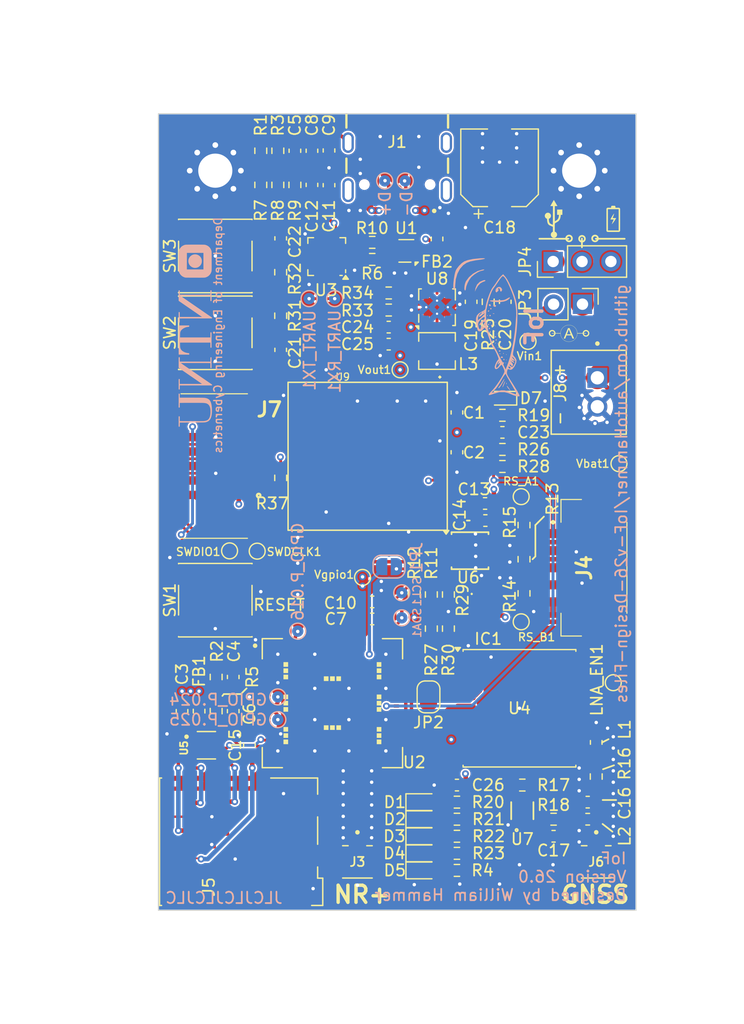
<source format=kicad_pcb>
(kicad_pcb (version 20241229) (generator "pcbnew") (generator_version "9.0")
  (title_block (title "IoF (Internet of Fish) nRF9151 board") (date "2026-02-11") (rev "version 26.0") (company "NTNU") (comment 1 "Designed by William Hammer"))
  (layers (0 "F.Cu" signal) (4 "In1.Cu" signal) (6 "In2.Cu" signal) (2 "B.Cu" signal) (13 "F.Paste" user) (15 "B.Paste" user) (5 "F.SilkS" user "F.Silkscreen") (7 "B.SilkS" user "B.Silkscreen") (1 "F.Mask" user) (3 "B.Mask" user) (25 "Edge.Cuts" user))
  (net 0 "")
  (net 1 "GND")
  (net 2 "/nRF91_BUTTON1")
  (net 3 "/nRF91_BUTTON2")
  (net 4 "+BATT")
  (net 5 "/Battery_voltage")
  (net 6 "+3V3")
  (net 7 "/VREG_IN")
  (net 8 "/CP2102N-VDD")
  (net 9 "Net-(D1-A)")
  (net 10 "/UART1_TX")
  (net 11 "Net-(D2-A)")
  (net 12 "/UART1_RX")
  (net 13 "Net-(D3-A)")
  (net 14 "Net-(D4-A)")
  (net 15 "Net-(D5-A)")
  (net 16 "/I2C_SDA")
  (net 17 "/nINT_RTC")
  (net 18 "/I2C_SCL")
  (net 19 "/SWDIO")
  (net 20 "/SWDCLK")
  (net 21 "/RS485_A")
  (net 22 "/RS485_B")
  (net 23 "/~{nRESET}")
  (net 24 "/DIFF_P")
  (net 25 "/DIFF_N")
  (net 26 "/nRF91_LED1")
  (net 27 "/nRF91_LED2")
  (net 28 "/nRF91_LED3")
  (net 29 "/nRF91_LED4")
  (net 30 "/PPS")
  (net 31 "/RS485_RE")
  (net 32 "/RS485_DE")
  (net 33 "/nRF_UART_RX")
  (net 34 "/nRF_UART_TX")
  (net 35 "/RS485_RX")
  (net 36 "/RS485_DI")
  (net 37 "/VIN")
  (net 38 "Net-(IC1-VBACKUP)")
  (net 39 "/RTC_CLKOUT")
  (net 40 "Net-(JP2-A)")
  (net 41 "/D-")
  (net 42 "/D+")
  (net 43 "/GPS_EXTINT")
  (net 44 "/SIM_VCC")
  (net 45 "/SIM_RST")
  (net 46 "/SIM_CLK")
  (net 47 "/SIM_IO")
  (net 48 "Net-(U2A-~{RESET})")
  (net 49 "Net-(U2A-VDD)")
  (net 50 "VUSB")
  (net 51 "Net-(J6-In)")
  (net 52 "Net-(C17-Pad1)")
  (net 53 "Net-(U8-EN)")
  (net 54 "Net-(U8-FB)")
  (net 55 "/VUSB_C")
  (net 56 "Net-(J1-CC2)")
  (net 57 "Net-(J1-CC1)")
  (net 62 "Net-(JP1-A)")
  (net 63 "Net-(U4-RF_IN)")
  (net 64 "Net-(U8-L1)")
  (net 65 "Net-(U8-L2)")
  (net 66 "Net-(U2A-COEX2)")
  (net 67 "Net-(U2A-ENABLE)")
  (net 68 "Net-(U3-VBUS)")
  (net 69 "Net-(U3-~{RST})")
  (net 70 "Net-(U4-VCC_RF)")
  (net 71 "Net-(U7-R1,_C1)")
  (net 72 "Net-(R18-Pad2)")
  (net 73 "Net-(R31-Pad2)")
  (net 74 "Net-(R32-Pad2)")
  (net 75 "/RM_TX")
  (net 76 "/RM_RX")
  (net 77 "/BOOT")
  (net 80 "/RM_RESETn")
  (net 88 "/RM_CTS")
  (net 106 "/RM_RTS")
  (net 110 "unconnected-(U2B-RESERVED_1-Pad31)")
  (net 111 "Net-(J3-In)")
  (net 128 "Net-(U4-LNA_EN)")
  (net 130 "Net-(J5-CLK)")
  (net 131 "Net-(J5-RST)")
  (net 132 "Net-(J5-I{slash}O)")
  (net 139 "Net-(D7-A)")
  (net 140 "Net-(U2A-P0.24{slash}TRACEDATA(2))")
  (net 142 "Net-(U2A-P0.25{slash}TRACEDATA(3))")
  (net 143 "Net-(J1-SHELL_GND__3)")
  (net 144 "unconnected-(J1-SHELL_GND-PadSH1)")
  (net 146 "Net-(U2A-P0.16{slash}AIN3)")
  (footprint "Capacitor_SMD:C_0603_1608Metric" (layer "F.Cu") (at 111.3 73.4)
    (property "Reference" "C7")
    (property "Value" "4.7uF")
  )
  (footprint "Button_Switch_SMD:SW_Push_1P1T_NO_6x6mm_H9.5mm" (layer "F.Cu") (at 97.5 48.25)
    (property "Reference" "SW2")
    (property "Value" "PTS645SM43SMTR92 LF")
  )
  (footprint "LED_SMD:LED_0603_1608Metric" (layer "F.Cu") (at 115.75 92.5)
    (property "Reference" "D3")
    (property "Value" "LED")
  )
  (footprint "Capacitor_SMD:C_0603_1608Metric" (layer "F.Cu") (at 112.75 47.75 180)
    (property "Reference" "C24")
    (property "Value" "1.8p")
  )
  (footprint "Footprints:SON_0X-T1-GE3_VIS" (layer "F.Cu") (at 124.499874 90.2507 90)
    (property "Reference" "U7")
    (property "Value" "SI1040X-T1-GE3")
  )
  (footprint "Inductor_SMD:L_0603_1608Metric" (layer "F.Cu") (at 130.25 91 180)
    (property "Reference" "L2")
    (property "Value" "27nH")
  )
  (footprint "Resistor_SMD:R_0603_1608Metric" (layer "F.Cu") (at 103.25 46.75 90)
    (property "Reference" "R31")
    (property "Value" "1k" (hide yes))
  )
  (footprint "Capacitor_SMD:C_0603_1608Metric" (layer "F.Cu") (at 99.075 81.5 90)
    (property "Reference" "C6")
    (property "Value" "10u")
  )
  (footprint "Resistor_SMD:R_0603_1608Metric" (layer "F.Cu") (at 101.5 32.25 90)
    (property "Reference" "R1")
    (property "Value" "5.1k" (hide yes))
  )
  (footprint "TestPoint:TestPoint_Pad_D1.0mm" (layer "F.Cu") (at 98.756154 67.415373)
    (property "Reference" "SWDIO1")
    (property "Value" "TestPoint" (hide yes))
  )
  (footprint "TestPoint:TestPoint_Pad_D1.0mm" (layer "F.Cu") (at 113.75 51.5 180)
    (property "Reference" "Vout1")
    (property "Value" "TestPoint" (hide yes))
  )
  (footprint "Resistor_SMD:R_0603_1608Metric" (layer "F.Cu") (at 124.5 88)
    (property "Reference" "R17")
    (property "Value" "100k")
  )
  (footprint "Resistor_SMD:R_0603_1608Metric" (layer "F.Cu") (at 118 71.25 90)
    (property "Reference" "R29")
    (property "Value" "10k" (hide yes))
  )
  (footprint "Resistor_SMD:R_0603_1608Metric" (layer "F.Cu") (at 116.5 74.25 -90)
    (property "Reference" "R27")
    (property "Value" "100k")
  )
  (footprint "Connector_PinHeader_2.54mm:PinHeader_1x03_P2.54mm_Vertical" (layer "F.Cu") (at 127.21 41.984505 90)
    (property "Reference" "JP4")
    (property "Value" "VDD_JUMPER")
  )
  (footprint "TestPoint:TestPoint_Pad_D1.0mm" (layer "F.Cu") (at 110.45 69.75 90)
    (property "Reference" "Vgpio1")
    (property "Value" "TestPoint" (hide yes))
  )
  (footprint "Resistor_SMD:R_0603_1608Metric" (layer "F.Cu") (at 97.575 81.5 90)
    (property "Reference" "R5")
    (property "Value" "10k" (hide yes))
  )
  (footprint "Capacitor_SMD:C_0603_1608Metric" (layer "F.Cu") (at 103.25 49.75 -90)
    (property "Reference" "C21")
    (property "Value" "1u")
  )
  (footprint "Package_DFN_QFN:SiliconLabs_QFN-20-1EP_3x3mm_P0.5mm_EP1.8x1.8mm" (layer "F.Cu") (at 107.3 41.55 180)
    (property "Reference" "U3")
    (property "Value" "CP2102N-Axx-xQFN20")
  )
  (footprint "Resistor_SMD:R_0603_1608Metric" (layer "F.Cu") (at 118.75 92.5)
    (property "Reference" "R22")
    (property "Value" "120")
  )
  (footprint "Resistor_SMD:R_0603_1608Metric" (layer "F.Cu") (at 101.5 35.25 -90)
    (property "Reference" "R7")
    (property "Value" "1k" (hide yes))
  )
  (footprint "Diode_SMD:D_SOD-523" (layer "F.Cu") (at 122.75 54 180)
    (property "Reference" "D7")
    (property "Value" "1SS390SMFHT2R")
  )
  (footprint "FishIoT_Footprint_library:ammeterlogo" (layer "F.Cu") (at 128.6 48.3)
    (property "Reference" "G***" (hide yes))
    (property "Value" "LOGO" (hide yes))
  )
  (footprint "LED_SMD:LED_0603_1608Metric" (layer "F.Cu") (at 115.75 94)
    (property "Reference" "D4")
    (property "Value" "LED")
  )
  (footprint "Capacitor_SMD:C_0603_1608Metric" (layer "F.Cu") (at 106 32.25 90)
    (property "Reference" "C8")
    (property "Value" "4.7u")
  )
  (footprint "Resistor_SMD:R_0603_1608Metric" (layer "F.Cu") (at 118 74.25 -90)
    (property "Reference" "R30")
    (property "Value" "100k")
  )
  (footprint "Resistor_SMD:R_0603_1608Metric" (layer "F.Cu") (at 111.3 40.3 180)
    (property "Reference" "R10")
    (property "Value" "15")
  )
  (footprint "Inductor_SMD:L_Vishay_IHLP-1212" (layer "F.Cu") (at 117 49.85)
    (property "Reference" "L3")
    (property "Value" "LPS3015-222MRB")
  )
  (footprint "Capacitor_SMD:C_0603_1608Metric" (layer "F.Cu") (at 99.075 78.5 90)
    (property "Reference" "C4")
    (property "Value" "100n")
  )
  (footprint "Capacitor_SMD:C_0603_1608Metric" (layer "F.Cu") (at 100.5 84.5 -90)
    (property "Reference" "C15")
    (property "Value" "100nF")
  )
  (footprint "Resistor_SMD:R_0603_1608Metric" (layer "F.Cu") (at 124.65 65.15 90)
    (property "Reference" "R15")
    (property "Value" "10k")
  )
  (footprint "Capacitor_SMD:CP_Elec_6.3x7.7" (layer "F.Cu") (at 122.5 33.75 90)
    (property "Reference" "C18")
    (property "Value" "PCH1E101MCL4GS")
  )
  (footprint "Footprints:JAE_SF72S006VBDR2500" (layer "F.Cu") (at 99.775 92 -90)
    (property "Reference" "J5")
    (property "Value" "SF72S006VBDR2500")
  )
  (footprint "Connector_PinHeader_2.54mm:PinHeader_1x02_P2.54mm_Vertical" (layer "F.Cu") (at 129.79 45.734505 -90)
    (property "Reference" "JP3")
    (property "Value" "Current Measurement")
  )
  (footprint "TestPoint:TestPoint_Pad_D1.0mm" (layer "F.Cu") (at 132.5 79 90)
    (property "Reference" "LNA_EN1")
    (property "Value" "TestPoint")
  )
  (footprint "Package_TO_SOT_SMD:SOT-666" (layer "F.Cu") (at 114.3 41.05 180)
    (property "Reference" "U1")
    (property "Value" "USBLC6-2P6")
  )
  (footprint "Footprints:SHF-105-01-X-D-SM" (layer "F.Cu") (at 97.5325 59.96 90)
    (property "Reference" "J7")
    (property "Value" "SHF-105-01-L-D-SM" (hide yes))
  )
  (footprint "Capacitor_SMD:C_0603_1608Metric" (layer "F.Cu") (at 103.25 39.95 90)
    (property "Reference" "C22")
    (property "Value" "1u")
  )
  (footprint "FishIoT_Footprint_library:usblogo" (layer "F.Cu") (at 127.25 38.234505)
    (property "Reference" "G***" (hide yes))
    (property "Value" "LOGO" (hide yes))
  )
  (footprint "Resistor_SMD:R_0603_1608Metric" (layer "F.Cu") (at 118.75 91)
    (property "Reference" "R21")
    (property "Value" "120")
  )
  (footprint "Capacitor_SMD:C_0603_1608Metric" (layer "F.Cu") (at 94.575 81.5 90)
    (property "Reference" "C3")
    (property "Value" "10u")
  )
  (footprint "Capacitor_SMD:C_0603_1608Metric" (layer "F.Cu") (at 107.5 32.225 90)
    (property "Reference" "C9")
    (property "Value" "100n")
  )
  (footprint "Capacitor_SMD:C_0603_1608Metric" (layer "F.Cu") (at 120 45.525 90)
    (property "Reference" "C19")
    (property "Value" "10u")
  )
  (footprint "Inductor_SMD:L_0603_1608Metric" (layer "F.Cu") (at 117 40 90)
    (property "Reference" "FB2")
    (property "Value" "BLM18EG601SZ1D" (hide yes))
  )
  (footprint "TestPoint:TestPoint_Pad_D1.0mm" (layer "F.Cu") (at 124.4 62.65)
    (property "Reference" "RS_A1")
    (property "Value" "TestPoint" (hide yes))
  )
  (footprint "Capacitor_SMD:C_0603_1608Metric" (layer "F.Cu") (at 118.75 58.75 90)
    (property "Reference" "C2")
    (property "Value" "1u")
  )
  (footprint "Footprints:LINX_CONUFL001-SMD-T" (layer "F.Cu") (at 110 94.75 180)
    (property "Reference" "J3")
    (property "Value" "Conn_Coaxial")
  )
  (footprint "LED_SMD:LED_0603_1608Metric" (layer "F.Cu") (at 115.75 89.5)
    (property "Reference" "D1")
    (property "Value" "LED")
  )
  (footprint "FishIoT_Footprint_library:RV3032C7" (layer "F.Cu") (at 121.25 72.65 -90)
    (property "Reference" "IC1")
    (property "Value" "RV-3032-C7_32.768KHZ-2.5PPM-TA-QC" (hide yes))
  )
  (footprint "Resistor_SMD:R_0603_1608Metric" (layer "F.Cu") (at 112.75 46.25 180)
    (property "Reference" "R33")
    (property "Value" "1M2")
  )
  (footprint "FishIoT_Footprint_library:Laird, RM126X" (layer "F.Cu") (at 110.9 59.1 -90)
    (property "Reference" "U9")
    (property "Value" "RM126x" (hide yes))
  )
  (footprint "Resistor_SMD:R_0603_1608Metric" (layer "F.Cu") (at 131 87.25 -90)
    (property "Reference" "R16")
    (property "Value" "0")
  )
  (footprint "Package_SON:Texas_DRC0010J_ThermalVias" (layer "F.Cu") (at 117 46 90)
    (property "Reference" "U8")
    (property "Value" "TPS63000")
  )
  (footprint "FishIoT_Footprint_library:batterylogoo" (layer "F.Cu") (at 132.5 38.234505)
    (property "Reference" "G***" (hide yes))
    (property "Value" "LOGO" (hide yes))
  )
  (footprint "TestPoint:TestPoint_Pad_D1.0mm" (layer "F.Cu") (at 133 59.75 180)
    (property "Reference" "Vbat1")
    (property "Value" "TestPoint" (hide yes))
  )
  (footprint "Inductor_SMD:L_0603_1608Metric" (layer "F.Cu") (at 96.075 81.5 -90)
    (property "Reference" "FB1")
    (property "Value" "120R/070A" (hide yes))
  )
  (footprint "Resistor_SMD:R_0603_1608Metric" (layer "F.Cu") (at 103 32.25 -90)
    (property "Reference" "R3")
    (property "Value" "5.1k")
  )
  (footprint "Capacitor_SMD:C_0603_1608Metric" (layer "F.Cu") (at 106 35.25 -90)
    (property "Reference" "C12")
    (property "Value" "100n")
  )
  (footprint "Resistor_SMD:R_0603_1608Metric" (layer "F.Cu") (at 104.5 35.25 -90)
    (property "Reference" "R9")
    (property "Value" "47.5k")
  )
  (footprint "TestPoint:TestPoint_Pad_D1.0mm" (layer "F.Cu") (at 125 49 180)
    (property "Reference" "Vin1")
    (property "Value" "TestPoint" (hide yes))
  )
  (footprint "TestPoint:TestPoint_Pad_D1.0mm" (layer "F.Cu") (at 124.4 73.65)
    (property "Reference" "RS_B1")
    (property "Value" "TestPoint" (hide yes))
  )
  (footprint "Footprints:LINX_CONUFL001-SMD-T" (layer "F.Cu") (at 131 94.75 180)
    (property "Reference" "J6")
    (property "Value" "Conn_Coaxial")
  )
  (footprint "RF_GPS:ublox_MAX" (layer "F.Cu") (at 124.25 81.25)
    (property "Reference" "U4")
    (property "Value" "MAX-M10S")
  )
  (footprint "Button_Switch_SMD:SW_Push_1P1T_NO_6x6mm_H9.5mm" (layer "F.Cu") (at 97.5 71.75 180)
    (property "Reference" "SW1")
    (property "Value" "PTS645SM43SMTR92 LF" (hide yes))
  )
  (footprint "Capacitor_SMD:C_0603_1608Metric" (layer "F.Cu") (at 118.75 55.25 -90)
    (property "Reference" "C1")
    (property "Value" "1u")
  )
  (footprint "MountingHole:MountingHole_3mm_Pad_Via" (layer "F.Cu") (at 97.5 34)
    (property "Reference" "H1" (hide yes))
    (property "Value" "MountingHole_Pad")
  )
  (footprint "Jumper:SolderJumper-2_P1.3mm_Open_RoundedPad1.0x1.5mm" (layer "F.Cu") (at 116.25 80.25 -90)
    (property "Reference" "JP2")
    (property "Value" "SolderJumper_2_Open")
  )
  (footprint "Footprints:GCT_USB4105-GF-A-120" (layer "F.Cu") (at 113.5 31.53599 180)
    (property "Reference" "J1")
    (property "Value" "USB4105-GF-A-120")
  )
  (footprint "Footprints:MOLEX_0705430001" (layer "F.Cu") (at 131.10099 53.474505 90)
    (property "Reference" "J8")
    (property "Value" "0705430001")
  )
  (footprint "Footprints:SON50P210X160X65-9N" (layer "F.Cu") (at 96.72 84.5)
    (property "Reference" "U5")
    (property "Value" "TPD3F303DPVR")
  )
  (footprint "Capacitor_SMD:C_0603_1608Metric" (layer "F.Cu") (at 121.225 63.25 180)
    (property "Reference" "C13")
    (property "Value" "0.1u")
  )
  (footprint "Resistor_SMD:R_0603_1608Metric" (layer "F.Cu") (at 103 35.25 90)
    (property "Reference" "R8")
    (property "Value" "22.1k")
  )
  (footprint "Resistor_SMD:R_0603_1608Metric" (layer "F.Cu") (at 118.75 95.5 180)
    (property "Reference" "R4")
    (property "Value" "120" (hide yes))
  )
  (footprint "Resistor_SMD:R_0603_1608Metric" (layer "F.Cu") (at 112.75 44.75)
    (property "Reference" "R34")
    (property "Value" "215k")
  )
  (footprint "Capacitor_SMD:C_0603_1608Metric" (layer "F.Cu") (at 130.25 89.5 180)
    (property "Reference" "C16")
    (property "Value" "TBD")
  )
  (footprint "Resistor_SMD:R_0603_1608Metric" (layer "F.Cu") (at 118.75 94)
    (property "Reference" "R23")
    (property "Value" "120")
  )
  (footprint "Capacitor_SMD:C_0603_1608Metric" (layer "F.Cu") (at 107.5 35.275 -90)
    (property "Reference" "C11")
    (property "Value" "4.7u")
  )
  (footprint "Resistor_SMD:R_0603_1608Metric" (layer "F.Cu") (at 111.3 41.8 180)
    (property "Reference" "R6")
    (property "Value" "15")
  )
  (footprint "Capacitor_SMD:C_0603_1608Metric" (layer "F.Cu") (at 118.75 88)
    (property "Reference" "C26")
    (property "Value" "10u")
  )
  (footprint "Resistor_SMD:R_0603_1608Metric" (layer "F.Cu") (at 124.65 71.15 90)
    (property "Reference" "R14")
    (property "Value" "10k")
  )
  (footprint "LED_SMD:LED_0603_1608Metric" (layer "F.Cu") (at 115.75 91)
    (property "Reference" "D2")
    (property "Value" "LED" (hide yes))
  )
  (footprint "Capacitor_SMD:C_0603_1608Metric" (layer "F.Cu") (at 122.75 57 180)
    (property "Reference" "C23")
    (property "Value" "1u")
  )
  (footprint "Resistor_SMD:R_0603_1608Metric" (layer "F.Cu") (at 118.75 89.5)
    (property "Reference" "R20")
    (property "Value" "120")
  )
  (footprint "Resistor_SMD:R_0603_1608Metric" (layer "F.Cu") (at 124.65 68.15 90)
    (property "Reference" "R13")
    (property "Value" "120" (hide yes))
  )
  (footprint "NRF9151_LACA_R7:XCVR_NRF9151-LACA-R7" (layer "F.Cu") (at 107.8 80.8)
    (property "Reference" "U2")
    (property "Value" "NRF9151-LACA-R7")
  )
  (footprint "Resistor_SMD:R_0603_1608Metric" (layer "F.Cu") (at 115 71.25 90)
    (property "Reference" "R12")
    (property "Value" "4.7k" (hide yes))
  )
  (footprint "Resistor_SMD:R_0603_1608Metric" (layer "F.Cu") (at 116.5 71.25 90)
    (property "Reference" "R11")
    (property "Value" "4.7k" (hide yes))
  )
  (footprint "Resistor_SMD:R_0603_1608Metric" (layer "F.Cu") (at 103.25 42.925 -90)
    (property "Reference" "R32")
    (property "Value" "1k")
  )
  (footprint "Footprints:BM05BZESSTBTLFSN" (layer "F.Cu") (at 130.4 68.9 90)
    (property "Reference" "J4")
    (property "Value" "BM05B-ZESS-TBT" (hide yes))
  )
  (footprint "Inductor_SMD:L_0603_1608Metric" (layer "F.Cu") (at 131 84.25 -90)
    (property "Reference" "L1")
    (property "Value" "TBD")
  )
  (footprint "TestPoint:TestPoint_Pad_D1.0mm" (layer "F.Cu") (at 101.184157 67.440665)
    (property "Reference" "SWDCLK1")
    (property "Value" "TestPoint" (hide yes))
  )
  (footprint "MountingHole:MountingHole_3mm_Pad_Via" (layer "F.Cu") (at 129.5 34)
    (property "Reference" "H2" (hide yes))
    (property "Value" "MountingHole_Pad" (hide yes))
  )
  (footprint "Resistor_SMD:R_0603_1608Metric" (layer "F.Cu") (at 121.5 45.525 90)
    (property "Reference" "R25")
    (property "Value" "100")
  )
  (footprint "Resistor_SMD:R_0603_1608Metric" (layer "F.Cu") (at 122.75 55.5)
    (property "Reference" "R19")
    (property "Value" "3k")
  )
  (footprint "Resistor_SMD:R_0603_1608Metric" (layer "F.Cu") (at 127.25 91 180)
    (property "Reference" "R18")
    (property "Value" "10")
  )
  (footprint "Package_SO:TSSOP-8_3x3mm_P0.65mm" (layer "F.Cu") (at 119.9 67.4)
    (property "Reference" "U6")
    (property "Value" "MAX3471")
  )
  (footprint "Resistor_SMD:R_0603_1608Metric" (layer "F.Cu") (at 103.25 61 90)
    (property "Reference" "R37")
    (property "Value" "10k")
  )
  (footprint "Resistor_SMD:R_0603_1608Metric" (layer "F.Cu") (at 97.575 78.5 90)
    (property "Reference" "R2")
    (property "Value" "1k")
  )
  (footprint "Resistor_SMD:R_0603_1608Metric" (layer "F.Cu") (at 122.75 60)
    (property "Reference" "R28")
    (property "Value" "100k")
  )
  (footprint "Capacitor_SMD:C_0603_1608Metric" (layer "F.Cu") (at 111.3 71.9)
    (property "Reference" "C10")
    (property "Value" "100nF")
  )
  (footprint "Capacitor_SMD:C_0603_1608Metric" (layer "F.Cu") (at 121.25 64.75)
    (property "Reference" "C14")
    (property "Value" "0.1u")
  )
  (footprint "Capacitor_SMD:C_0603_1608Metric" (layer "F.Cu") (at 123 45.525 -90)
    (property "Reference" "C20")
    (property "Value" "100n")
  )
  (footprint "Resistor_SMD:R_0603_1608Metric" (layer "F.Cu") (at 122.75 58.5 180)
    (property "Reference" "R26")
    (property "Value" "240k")
  )
  (footprint "Capacitor_SMD:C_0603_1608Metric" (layer "F.Cu") (at 127.25 92.5 180)
    (property "Reference" "C17")
    (property "Value" "10nF")
  )
  (footprint "LED_SMD:LED_0603_1608Metric" (layer "F.Cu") (at 115.75 95.5)
    (property "Reference" "D5")
    (property "Value" "GREEN_LED")
  )
  (footprint "Capacitor_SMD:C_0603_1608Metric" (layer "F.Cu") (at 104.5 32.25 90)
    (property "Reference" "C5")
    (property "Value" "100n")
  )
  (footprint "Button_Switch_SMD:SW_Push_1P1T_NO_6x6mm_H9.5mm" (layer "F.Cu") (at 97.5 41.5 180)
    (property "Reference" "SW3")
    (property "Value" "PTS645SM43SMTR92 LF" (hide yes))
  )
  (footprint "Capacitor_SMD:C_0603_1608Metric" (layer "F.Cu") (at 112.75 49.25 180)
    (property "Reference" "C25")
    (property "Value" "22u")
  )
  (footprint "TestPoint:TestPoint_Pad_D1.0mm" (layer "B.Cu") (at 103 82.25 180)
    (property "Reference" "GPIO_P.025")
    (property "Value" "TestPoint")
  )
  (footprint "TestPoint:TestPoint_Pad_D1.0mm" (layer "B.Cu") (at 108 45.25 90)
    (property "Reference" "UART_RX1")
    (property "Value" "TestPoint")
  )
  (footprint "FishIoT_Footprint_library:NTNUlogo2" (layer "B.Cu") (at 95.75 48.5 -90)
    (property "Reference" "G***" (hide yes))
    (property "Value" "LOGO" (hide yes))
  )
  (footprint "TestPoint:TestPoint_Pad_D1.0mm" (layer "B.Cu") (at 113.9 73.3 180)
    (property "Reference" "SDA1")
    (property "Value" "TestPoint" (hide yes))
  )
  (footprint "FishIoT_Footprint_library:Fishlogo" (layer "B.Cu") (at 122 48 -90)
    (property "Reference" "G***" (hide yes))
    (property "Value" "LOGO" (hide yes))
  )
  (footprint "Jumper:SolderJumper-2_P1.3mm_Open_RoundedPad1.0x1.5mm" (layer "B.Cu") (at 112.77855 68.8)
    (property "Reference" "JP1")
    (property "Value" "SolderJumper_2_Open")
  )
  (footprint "TestPoint:TestPoint_Pad_D1.0mm" (layer "B.Cu") (at 113.9 71.1 180)
    (property "Reference" "SCL1")
    (property "Value" "TestPoint" (hide yes))
  )
  (footprint "TestPoint:TestPoint_Pad_D1.0mm" (layer "B.Cu") (at 114.2 34.9 -90)
    (property "Reference" "D-1" (hide yes))
    (property "Value" "TestPoint")
  )
  (footprint "TestPoint:TestPoint_Pad_D1.0mm" (layer "B.Cu") (at 112.4 34.9 -90)
    (property "Reference" "D+1" (hide yes))
    (property "Value" "TestPoint")
  )
  (footprint "TestPoint:TestPoint_Pad_D1.0mm" (layer "B.Cu") (at 104.75 74.471852 180)
    (property "Reference" "GPIO_P.016")
    (property "Value" "TestPoint")
  )
  (footprint "TestPoint:TestPoint_Pad_D1.0mm" (layer "B.Cu") (at 105.75 45.25 90)
    (property "Reference" "UART_TX1")
    (property "Value" "TestPoint")
  )
  (footprint "TestPoint:TestPoint_Pad_D1.0mm" (layer "B.Cu") (at 103 80.25 180)
    (property "Reference" "GPIO_P.024")
    (property "Value" "TestPoint")
  )
  (gr_circle (center 127.125204 48.291045) (end 126.886113 48.316893) (stroke (width 0.11)) (fill no) (layer "F.SilkS"))
  (gr_circle (center 129.75 39.984505) (end 130.004 39.984505) (stroke (width 0.15)) (fill no) (layer "F.SilkS"))
  (gr_circle (center 128.609891 39.956459) (end 128.863891 39.956459) (stroke (width 0.15)) (fill no) (layer "F.SilkS"))
  (gr_circle (center 130.895891 39.956459) (end 130.641891 39.956459) (stroke (width 0.15)) (fill no) (layer "F.SilkS"))
  (gr_line (start 131.51 84.255442) (end 132.0821 83.967076) (stroke (width 0.15)) (layer "F.SilkS"))
  (gr_line (start 125.65 65.15) (end 125.65 67.9) (stroke (width 0.15)) (layer "F.SilkS"))
  (gr_line (start 131.559835 91.420312) (end 132.424586 92.094759) (stroke (width 0.15)) (layer "F.SilkS"))
  (gr_line (start 125.65 67.9) (end 125.4 68.15) (stroke (width 0.15)) (layer "F.SilkS"))
  (gr_line (start 131.569183 89.312597) (end 132.750697 89.312597) (stroke (width 0.15)) (layer "F.SilkS"))
  (gr_line (start 126.4 64.4) (end 125.9 64.9) (stroke (width 0.15)) (layer "F.SilkS"))
  (gr_line (start 129.741994 40.734505) (end 129.741994 39.965338) (stroke (width 0.15)) (layer "F.SilkS"))
  (gr_line (start 98.25 80) (end 98.122638 80.163203) (stroke (width 0.15)) (layer "F.SilkS"))
  (gr_line (start 119.625 64.75) (end 119.875 64.75) (stroke (width 0.15)) (layer "F.SilkS"))
  (gr_line (start 99.75 80) (end 100.25 79.5) (stroke (width 0.15)) (layer "F.SilkS"))
  (gr_line (start 133.5 39.984505) (end 130.961949 39.984505) (stroke (width 0.15)) (layer "F.SilkS"))
  (gr_circle (center 130.099846 48.296114) (end 129.860755 48.321962) (stroke (width 0.11)) (fill no) (layer "F.SilkS"))
  (gr_line (start 131.598508 86.607319) (end 132.562556 86.262394) (stroke (width 0.15)) (layer "F.SilkS"))
  (gr_line (start 98.25 80) (end 99.75 80) (stroke (width 0.15)) (layer "F.SilkS"))
  (gr_line (start 125.9 64.9) (end 125.65 65.15) (stroke (width 0.15)) (layer "F.SilkS"))
  (gr_line (start 126 39.984505) (end 128.548949 39.984505) (stroke (width 0.15)) (layer "F.SilkS"))
  (gr_poly (pts (xy 134.5 29) (xy 92.5 29) (xy 92.5 99) (xy 134.5 99)) (stroke (width 0.1)) (fill no) (layer "Edge.Cuts"))
  (gr_text "NR+" (at 107.75 98.5 0) (layer "F.SilkS") (effects (font (size 1.5 1.5) (thickness 0.3) (bold yes)) (justify left bottom)))
  (gr_text "-\n" (at 127.34099 55.044681 270) (layer "F.SilkS") (effects (font (size 1 1)) (justify left bottom)))
  (gr_text "GNSS" (at 127.75 98.5 0) (layer "F.SilkS") (effects (font (size 1.5 1.5) (thickness 0.3) (bold yes)) (justify left bottom)))
  (gr_text "+\n" (at 128.529061 51.037079 180) (layer "F.SilkS") (effects (font (size 1 1)) (justify left bottom)))
  (gr_text "RESET" (at 100.75 72.75 0) (layer "F.SilkS") (effects (font (size 1 1)) (justify left bottom)))
  (gr_text "IoF \nVersion 26.0\nDesigned by William Hammer\n" (at 133.75 98.25 0) (layer "B.SilkS") (effects (font (size 1 1)) (justify left bottom mirror)))
  (gr_text "D+" (at 113 35.7 90) (layer "B.SilkS") (effects (font (size 1 1)) (justify left bottom mirror)))
  (gr_text "IoF" (at 126.4196 45.789607 90) (layer "B.SilkS") (effects (font (size 1.5 1.5) (thickness 0.3) (bold yes)) (justify left bottom mirror)))
  (gr_text "JLCJLCJLCJLC" (at 103.5 98.5 0) (layer "B.SilkS") (effects (font (size 1 1)) (justify left bottom mirror)))
  (gr_text "github.com/autoHammer/IoF-v26-Design-Files" (at 133.8 43.9 90) (layer "B.SilkS") (effects (font (size 1 1)) (justify left bottom mirror)))
  (gr_text "Department of Engineering Cybernetics" (at 98.15 38.022744 90) (layer "B.SilkS") (effects (font (size 0.7 0.7) (thickness 0.12) (bold yes)) (justify left bottom mirror)))
  (gr_text "D-\n" (at 114.9 35.7 90) (layer "B.SilkS") (effects (font (size 1 1)) (justify left bottom mirror)))
  (segment (start 99.1 80.75) (end 99.075 80.725) (width 0.4) (layer "F.Cu") (net 1))
  (segment (start 113.6 54.15) (end 113.5 54.25) (width 0.25) (layer "F.Cu") (net 1))
  (segment (start 113.3 75.8) (end 113.2 75.8) (width 0.25) (layer "F.Cu") (net 1))
  (segment (start 119.15 44.8) (end 120 44.8) (width 1) (layer "F.Cu") (net 1))
  (segment (start 107.9 64.95) (end 107.9 64.65) (width 0.3) (layer "F.Cu") (net 1))
  (segment (start 99.21 94.54) (end 99.25 94.5) (width 0.4) (layer "F.Cu") (net 1))
  (segment (start 124.65 71.975) (end 124.725 71.975) (width 0.25) (layer "F.Cu") (net 1))
  (segment (start 93.525 68.025) (end 93.5 68) (width 0.3) (layer "F.Cu") (net 1))
  (segment (start 106.55 40.8) (end 105.75 40.8) (width 0.4) (layer "F.Cu") (net 1))
  (segment (start 102.25 75.75) (end 103 76.5) (width 0.25) (layer "F.Cu") (net 1))
  (segment (start 112.075 73.4) (end 112.075 70.125) (width 1) (layer "F.Cu") (net 1))
  (segment (start 98.935 60.6) (end 99.565 61.23) (width 0.4) (layer "F.Cu") (net 1))
  (segment (start 109.502 41.8) (end 109.75 42.048) (width 0.25) (layer "F.Cu") (net 1))
  (segment (start 104.45 33.075) (end 104.5 33.025) (width 0.8) (layer "F.Cu") (net 1))
  (segment (start 93.35 93.22) (end 97.183303 93.22) (width 0.15) (layer "F.Cu") (net 1))
  (segment (start 107.5 33) (end 107.5 34.5) (width 0.8) (layer "F.Cu") (net 1))
  (segment (start 97.54 57.41) (end 99.555 57.41) (width 0.6) (layer "F.Cu") (net 1))
  (segment (start 104.55 53.25) (end 104 53.25) (width 0.25) (layer "F.Cu") (net 1))
  (segment (start 99.601459 83.725) (end 99.516861 83.640402) (width 0.3) (layer "F.Cu") (net 1))
  (segment (start 116.751 36.751) (end 116.751 36.34199) (width 0.8) (layer "F.Cu") (net 1))
  (segment (start 103.25 83.35) (end 102.95 83.05) (width 0.3) (layer "F.Cu") (net 1))
  (segment (start 93.35 90.78) (end 97.19673 90.78) (width 0.15) (layer "F.Cu") (net 1))
  (segment (start 116.5 44.6) (end 116.5 45.5) (width 0.25) (layer "F.Cu") (net 1))
  (segment (start 107.55 85.925) (end 107.55 84.625) (width 0.25) (layer "F.Cu") (net 1))
  (segment (start 117.25001 64.95) (end 113.9 64.95) (width 0.3) (layer "F.Cu") (net 1))
  (segment (start 102.95 83.05) (end 102.175 83.05) (width 0.3) (layer "F.Cu") (net 1))
  (segment (start 105.75 40.8) (end 105.399067 40.449067) (width 0.4) (layer "F.Cu") (net 1))
  (segment (start 110.55 85.925) (end 110.55 86.20357) (width 0.25) (layer "F.Cu") (net 1))
  (segment (start 93.525 69.5) (end 93.525 68.025) (width 0.3) (layer "F.Cu") (net 1))
  (segment (start 116.5 45.5) (end 117 46) (width 0.25) (layer "F.Cu") (net 1))
  (segment (start 107.55 76.975) (end 107.8 77.225) (width 0.25) (layer "F.Cu") (net 1))
  (segment (start 116.75 88) (end 117.975 88) (width 0.4) (layer "F.Cu") (net 1))
  (segment (start 102.175 79.05) (end 102.95 79.05) (width 0.3) (layer "F.Cu") (net 1))
  (segment (start 99.555 57.41) (end 99.565 57.42) (width 0.4) (layer "F.Cu") (net 1))
  (segment (start 113.2 75.8) (end 112.5 76.5) (width 0.25) (layer "F.Cu") (net 1))
  (segment (start 98.925 60.6) (end 99.565 59.96) (width 0.4) (layer "F.Cu") (net 1))
  (segment (start 108.85 41.8) (end 109.502 41.8) (width 0.25) (layer "F.Cu") (net 1))
  (segment (start 117.5 44.6) (end 117.5 45.5) (width 0.25) (layer "F.Cu") (net 1))
  (segment (start 118 73.425) (end 118 72.075) (width 1) (layer "F.Cu") (net 1))
  (segment (start 101.5 69.525) (end 101.475 69.5) (width 0.3) (layer "F.Cu") (net 1))
  (segment (start 97.183303 93.22) (end 97.187091 93.223788) (width 0.15) (layer "F.Cu") (net 1))
  (segment (start 107.3 41.55) (end 107.55 41.8) (width 0.4) (layer "F.Cu") (net 1))
  (segment (start 100.5 83.725) (end 99.601459 83.725) (width 0.3) (layer "F.Cu") (net 1))
  (segment (start 104.55 63.3) (end 103.45 63.3) (width 0.3) (layer "F.Cu") (net 1))
  (segment (start 100.5 80.25) (end 100 80.75) (width 0.4) (layer "F.Cu") (net 1))
  (segment (start 100 80.75) (end 99.1 80.75) (width 0.4) (layer "F.Cu") (net 1))
  (segment (start 119.75 75.75) (end 119.75 76.6) (width 0.3) (layer "F.Cu") (net 1))
  (segment (start 103 33.075) (end 104.45 33.075) (width 0.8) (layer "F.Cu") (net 1))
  (segment (start 99.075 80.725) (end 99.075 79.275) (width 0.4) (layer "F.Cu") (net 1))
  (segment (start 117.95 46) (end 119.15 44.8) (width 1) (layer "F.Cu") (net 1))
  (segment (start 102.3 85.7) (end 103 85) (width 0.25) (layer "F.Cu") (net 1))
  (segment (start 103.45 63.3) (end 103.25 63.5) (width 0.3) (layer "F.Cu") (net 1))
  (segment (start 111.975 49.25) (end 111.975 50.225) (width 0.4) (layer "F.Cu") (net 1))
  (segment (start 101.5 33.075) (end 98.425 33.075) (width 0.8) (layer "F.Cu") (net 1))
  (segment (start 106.7 64.95) (end 106.7 64.55) (width 0.3) (layer "F.Cu") (net 1))
  (segment (start 106 33.025) (end 106 34.475) (width 0.8) (layer "F.Cu") (net 1))
  (segment (start 107.9 64.65) (end 107.25 64) (width 0.3) (layer "F.Cu") (net 1))
  (segment (start 117.5 45.5) (end 117 46) (width 0.25) (layer "F.Cu") (net 1))
  (segment (start 104 53.25) (end 103.5 53.75) (width 0.25) (layer "F.Cu") (net 1))
  (segment (start 107.55 84.625) (end 107.8 84.375) (width 0.25) (layer "F.Cu") (net 1))
  (segment (start 101.5 39.375) (end 103.05 39.375) (width 0.4) (layer "F.Cu") (net 1))
  (segment (start 105.399067 40.449067) (end 105.399067 39.557756) (width 0.4) (layer "F.Cu") (net 1))
  (segment (start 117.25 37.25) (end 116.751 36.751) (width 0.8) (layer "F.Cu") (net 1))
  (segment (start 102.95 79.05) (end 103 79) (width 0.3) (layer "F.Cu") (net 1))
  (segment (start 111.09643 86.75) (end 111.25 86.75) (width 0.25) (layer "F.Cu") (net 1))
  (segment (start 101.5 71) (end 101.5 69.525) (width 0.3) (layer "F.Cu") (net 1))
  (segment (start 125.5 72.75) (end 124.725 71.975) (width 0.25) (layer "F.Cu") (net 1))
  (segment (start 115.1 65.15) (end 114.5 65.75) (width 0.3) (layer "F.Cu") (net 1))
  (segment (start 110.55 86.20357) (end 111.09643 86.75) (width 0.25) (layer "F.Cu") (net 1))
  (segment (start 121.85 74) (end 121.85 76.65) (width 0.4) (layer "F.Cu") (net 1))
  (segment (start 107.55 41.8) (end 108.85 41.8) (width 0.4) (layer "F.Cu") (net 1))
  (segment (start 98.425 33.075) (end 97.5 34) (width 0.8) (layer "F.Cu") (net 1))
  (segment (start 103.25 83.5) (end 103.25 83.35) (width 0.3) (layer "F.Cu") (net 1))
  (segment (start 101.5 33.075) (end 103 33.075) (width 0.8) (layer "F.Cu") (net 1))
  (segment (start 106.7 64.55) (end 107.25 64) (width 0.3) (layer "F.Cu") (net 1))
  (segment (start 111.975 50.225) (end 112 50.25) (width 0.4) (layer "F.Cu") (net 1))
  (segment (start 117 47.4) (end 117 46) (width 0.25) (layer "F.Cu") (net 1))
  (segment (start 119.75 76.6) (end 119.5 76.85) (width 0.3) (layer "F.Cu") (net 1))
  (segment (start 115.1 64.95) (end 115.1 65.15) (width 0.3) (layer "F.Cu") (net 1))
  (segment (start 104.5 33.025) (end 104.5 34.425) (width 0.8) (layer "F.Cu") (net 1))
  (segment (start 124.8 71.9) (end 127.2 71.9) (width 0.25) (layer "F.Cu") (net 1))
  (segment (start 121.85 76.65) (end 121.75 76.75) (width 0.4) (layer "F.Cu") (net 1))
  (segment (start 109.75 42.048) (end 109.75 42.75) (width 0.25) (layer "F.Cu") (net 1))
  (segment (start 107.3 41.55) (end 106.55 40.8) (width 0.4) (layer "F.Cu") (net 1))
  (segment (start 116.7 36.29099) (end 116.7 36.7) (width 0.25) (layer "F.Cu") (net 1))
  (segment (start 97.54 60.6) (end 98.925 60.6) (width 0.4) (layer "F.Cu") (net 1))
  (segment (start 124.725 71.975) (end 124.8 71.9) (width 0.25) (layer "F.Cu") (net 1))
  (segment (start 97.19673 90.78) (end 97.197576 90.780846) (width 0.15) (layer "F.Cu") (net 1))
  (segment (start 97.54 60.6) (end 98.935 60.6) (width 1) (layer "F.Cu") (net 1))
  (segment (start 102.3 85.8) (end 102.3 85.7) (width 0.25) (layer "F.Cu") (net 1))
  (segment (start 98.37 94.54) (end 99.21 94.54) (width 0.4) (layer "F.Cu") (net 1))
  (segment (start 104.5 33.025) (end 106 33.025) (width 0.8) (layer "F.Cu") (net 1))
  (segment (start 103.5 88.75) (end 103.5 87.905) (width 0.4) (layer "F.Cu") (net 1))
  (segment (start 107.55 75.675) (end 107.55 76.975) (width 0.25) (layer "F.Cu") (net 1))
  (via (at 112.5 79.5) (size 0.6) (drill 0.3) (layers "F.Cu" "B.Cu") (net 1))
  (via (at 120.4 67.9) (size 0.6) (drill 0.3) (layers "F.Cu" "B.Cu") (net 1))
  (via (at 129.5 87.5) (size 0.6) (drill 0.3) (layers "F.Cu" "B.Cu") (net 1))
  (via (at 101.036543 75.229702) (size 0.6) (drill 0.3) (layers "F.Cu" "B.Cu") (net 1))
  (via (at 106.25 82.25) (size 0.6) (drill 0.3) (layers "F.Cu" "B.Cu") (net 1))
  (via (at 111.25 91.75) (size 0.6) (drill 0.3) (layers "F.Cu" "B.Cu") (net 1))
  (via (at 97.187091 93.223788) (size 0.6) (drill 0.3) (layers "F.Cu" "B.Cu") (net 1))
  (via (at 117 51) (size 0.6) (drill 0.3) (layers "F.Cu" "B.Cu") (net 1))
  (via (at 124.25 95) (size 0.6) (drill 0.3) (layers "F.Cu" "B.Cu") (net 1))
  (via (at 104.75 66.25) (size 0.6) (drill 0.3) (layers "F.Cu" "B.Cu") (net 1))
  (via (at 112 50.25) (size 0.6) (drill 0.3) (layers "F.Cu" "B.Cu") (net 1))
  (via (at 114.75 45) (size 0.6) (drill 0.3) (layers "F.Cu" "B.Cu") (net 1))
  (via (at 110.25 37.5) (size 0.6) (drill 0.3) (layers "F.Cu" "B.Cu") (net 1))
  (via (at 103 76.5) (size 0.6) (drill 0.3) (layers "F.Cu" "B.Cu") (net 1))
  (via (at 107.25 51.5) (size 0.6) (drill 0.3) (layers "F.Cu" "B.Cu") (net 1))
  (via (at 115.4 31) (size 0.6) (drill 0.3) (layers "F.Cu" "B.Cu") (net 1))
  (via (at 119 44.75) (size 0.6) (drill 0.3) (layers "F.Cu" "B.Cu") (net 1))
  (via (at 114.5 65.75) (size 0.6) (drill 0.3) (layers "F.Cu" "B.Cu") (net 1))
  (via (at 106.25 79.5) (size 0.6) (drill 0.3) (layers "F.Cu" "B.Cu") (net 1))
  (via (at 124 30.75) (size 0.6) (drill 0.3) (layers "F.Cu" "B.Cu") (net 1))
  (via (at 114.75 46.25) (size 0.6) (drill 0.3) (layers "F.Cu" "B.Cu") (net 1))
  (via (at 112.5 82.25) (size 0.6) (drill 0.3) (layers "F.Cu" "B.Cu") (net 1))
  (via (at 126.5 54.25) (size 0.6) (drill 0.3) (layers "F.Cu" "B.Cu") (net 1))
  (via (at 121 33.25) (size 0.6) (drill 0.3) (layers "F.Cu" "B.Cu") (net 1))
  (via (at 124 33.25) (size 0.6) (drill 0.3) (layers "F.Cu" "B.Cu") (net 1))
  (via (at 103 85) (size 0.6) (drill 0.3) (layers "F.Cu" "B.Cu") (net 1))
  (via (at 100.5 80.25) (size 0.6) (drill 0.3) (layers "F.Cu" "B.Cu") (net 1))
  (via (at 111.25 88.75) (size 0.6) (drill 0.3) (layers "F.Cu" "B.Cu") (net 1))
  (via (at 123.457648 69.797062) (size 0.6) (drill 0.3) (layers "F.Cu" "B.Cu") (net 1))
  (via (at 109.75 42.75) (size 0.6) (drill 0.3) (layers "F.Cu" "B.Cu") (net 1))
  (via (at 129.5 93) (size 0.6) (drill 0.3) (layers "F.Cu" "B.Cu") (net 1))
  (via (at 115.4 33.7) (size 0.6) (drill 0.3) (layers "F.Cu" "B.Cu") (net 1))
  (via (at 115 96.75) (size 0.6) (drill 0.3) (layers "F.Cu" "B.Cu") (net 1))
  (via (at 97.5 50.75) (size 0.6) (drill 0.3) (layers "F.Cu" "B.Cu") (net 1))
  (via (at 116 54.25) (size 0.6) (drill 0.3) (layers "F.Cu" "B.Cu") (net 1))
  (via (at 118.75 53.5) (size 0.6) (drill 0.3) (layers "F.Cu" "B.Cu") (net 1))
  (via (at 132.5 83.75) (size 0.6) (drill 0.3) (layers "F.Cu" "B.Cu") (net 1))
  (via (at 109.25 79.5) (size 0.6) (drill 0.3) (layers "F.Cu" "B.Cu") (net 1))
  (via (at 112.1 70.9) (size 0.6) (drill 0.3) (layers "F.Cu" "B.Cu") (net 1))
  (via (at 123.25 91.5) (size 0.6) (drill 0.3) (layers "F.Cu" "B.Cu") (net 1))
  (via (at 132.5 89.75) (size 0.6) (drill 0.3) (layers "F.Cu" "B.Cu") (net 1))
  (via (at 97.54 60.6) (size 0.6) (drill 0.3) (layers "F.Cu" "B.Cu") (net 1))
  (via (at 129.5 88.5) (size 0.6) (drill 0.3) (layers "F.Cu" "B.Cu") (net 1))
  (via (at 93.5 68) (size 0.6) (drill 0.3) (layers "F.Cu" "B.Cu") (net 1))
  (via (at 107.25 64) (size 0.6) (drill 0.3) (layers "F.Cu" "B.Cu") (net 1))
  (via (at 120.4 68.9) (size 0.6) (drill 0.3) (layers "F.Cu" "B.Cu") (net 1))
  (via (at 119.75 75.75) (size 0.6) (drill 0.3) (layers "F.Cu" "B.Cu") (net 1))
  (via (at 125.5 72.75) (size 0.6) (drill 0.3) (layers "F.Cu" "B.Cu") (net 1))
  (via (at 120.910907 69.58041) (size 0.6) (drill 0.3) (layers "F.Cu" "B.Cu") (net 1))
  (via (at 129.518434 54.811096) (size 0.6) (drill 0.3) (layers "F.Cu" "B.Cu") (net 1))
  (via (at 121.75 76.75) (size 0.6) (drill 0.3) (layers "F.Cu" "B.Cu") (net 1))
  (via (at 132.5 85.75) (size 0.6) (drill 0.3) (layers "F.Cu" "B.Cu") (net 1))
  (via (at 123.402324 66.943662) (size 0.6) (drill 0.3) (layers "F.Cu" "B.Cu") (net 1))
  (via (at 127.2 95) (size 0.6) (drill 0.3) (layers "F.Cu" "B.Cu") (net 1))
  (via (at 132.5 87.75) (size 0.6) (drill 0.3) (layers "F.Cu" "B.Cu") (net 1))
  (via (at 109.25 85) (size 0.6) (drill 0.3) (layers "F.Cu" "B.Cu") (net 1))
  (via (at 123.4 68.4) (size 0.6) (drill 0.3) (layers "F.Cu" "B.Cu") (net 1))
  (via (at 108.75 90.75) (size 0.6) (drill 0.3) (layers "F.Cu" "B.Cu") (net 1))
  (via (at 106.25 85) (size 0.6) (drill 0.3) (layers "F.Cu" "B.Cu") (net 1))
  (via (at 116.75 88) (size 0.6) (drill 0.3) (layers "F.Cu" "B.Cu") (net 1))
  (via (at 117.25 57.75) (size 0.6) (drill 0.3) (layers "F.Cu" "B.Cu") (net 1))
  (via (at 107.5 33.75) (size 0.6) (drill 0.3) (layers "F.Cu" "B.Cu") (net 1))
  (via (at 129.25 67.5) (size 0.6) (drill 0.3) (layers "F.Cu" "B.Cu") (net 1))
  (via (at 129.5 92) (size 0.6) (drill 0.3) (layers "F.Cu" "B.Cu") (net 1))
  (via (at 131.951724 56.119911) (size 0.6) (drill 0.3) (layers "F.Cu" "B.Cu") (net 1))
  (via (at 108.75 88.75) (size 0.6) (drill 0.3) (layers "F.Cu" "B.Cu") (net 1))
  (via (at 122.5 33.25) (size 0.6) (drill 0.3) (layers "F.Cu" "B.Cu") (net 1))
  (via (at 110 54.25) (size 0.6) (drill 0.3) (layers "F.Cu" "B.Cu") (net 1))
  (via (at 132.5 88.75) (size 0.6) (drill 0.3) (layers "F.Cu" "B.Cu") (net 1))
  (via (at 132.5 92.5) (size 0.6) (drill 0.3) (layers "F.Cu" "B.Cu") (net 1))
  (via (at 101.5 71) (size 0.6) (drill 0.3) (layers "F.Cu" "B.Cu") (net 1))
  (via (at 118 37.75) (size 0.6) (drill 0.3) (layers "F.Cu" "B.Cu") (net 1))
  (via (at 131 82.5) (size 0.6) (drill 0.3) (layers "F.Cu" "B.Cu") (net 1))
  (via (at 121 30.75) (size 0.6) (drill 0.3) (layers "F.Cu" "B.Cu") (net 1))
  (via (at 111.247425 92.630344) (size 0.6) (drill 0.3) (layers "F.Cu" "B.Cu") (net 1))
  (via (at 99.524371 83.596298) (size 0.6) (drill 0.3) (layers "F.Cu" "B.Cu") (net 1))
  (via (at 108.75 87.75) (size 0.6) (drill 0.3) (layers "F.Cu" "B.Cu") (net 1))
  (via (at 119 45.75) (size 0.6) (drill 0.3) (layers "F.Cu" "B.Cu") (net 1))
  (via (at 105.399067 39.557756) (size 0.6) (drill 0.3) (layers "F.Cu" "B.Cu") (net 1))
  (via (at 132.5 84.75) (size 0.6) (drill 0.3) (layers "F.Cu" "B.Cu") (net 1))
  (via (at 119.5 39) (size 0.6) (drill 0.3) (layers "F.Cu" "B.Cu") (net 1))
  (via (at 106.1 97.1) (size 0.6) (drill 0.3) (layers "F.Cu" "B.Cu") (net 1))
  (via (at 122.517956 69.77618) (size 0.6) (drill 0.3) (layers "F.Cu" "B.Cu") (net 1))
  (via (at 122.5 96.7) (size 0.6) (drill 0.3) (layers "F.Cu" "B.Cu") (net 1))
  (via (at 111.25 86.75) (size 0.6) (drill 0.3) (layers "F.Cu" "B.Cu") (net 1))
  (via (at 105.75 44) (size 0.6) (drill 0.3) (layers "F.Cu" "B.Cu") (net 1))
  (via (at 110.25 33) (size 0.6) (drill 0.3) (layers "F.Cu" "B.Cu") (net 1))
  (via (at 97.5 46.75) (size 0.6) (drill 0.3) (layers "F.Cu" "B.Cu") (net 1))
  (via (at 117.25 37.25) (size 0.6) (drill 0.3) (layers "F.Cu" "B.Cu") (net 1))
  (via (at 132.5 91.630344) (size 0.6) (drill 0.3) (layers "F.Cu" "B.Cu") (net 1))
  (via (at 103 79) (size 0.6) (drill 0.3) (layers "F.Cu" "B.Cu") (net 1))
  (via (at 112.5 76.5) (size 0.6) (drill 0.3) (layers "F.Cu" "B.Cu") (net 1))
  (via (at 111.25 87.75) (size 0.6) (drill 0.3) (layers "F.Cu" "B.Cu") (net 1))
  (via (at 112.1 70.1) (size 0.6) (drill 0.3) (layers "F.Cu" "B.Cu") (net 1))
  (via (at 111.25 89.75) (size 0.6) (drill 0.3) (layers "F.Cu" "B.Cu") (net 1))
  (via (at 120.4 66.9) (size 0.6) (drill 0.3) (layers "F.Cu" "B.Cu") (net 1))
  (via (at 103.25 83.5) (size 0.6) (drill 0.3) (layers "F.Cu" "B.Cu") (net 1))
  (via (at 108.75 89.75) (size 0.6) (drill 0.3) (layers "F.Cu" "B.Cu") (net 1))
  (via (at 97.197576 90.780846) (size 0.6) (drill 0.3) (layers "F.Cu" "B.Cu") (net 1))
  (via (at 109.25 82.25) (size 0.6) (drill 0.3) (layers "F.Cu" "B.Cu") (net 1))
  (via (at 110.25 34.25) (size 0.6) (drill 0.3) (layers "F.Cu" "B.Cu") (net 1))
  (via (at 109.25 37.5) (size 0.6) (drill 0.3) (layers "F.Cu" "B.Cu") (net 1))
  (via (at 124.25 81.25) (size 0.6) (drill 0.3) (layers "F.Cu" "B.Cu") (net 1))
  (via (at 99.25 94.5) (size 0.6) (drill 0.3) (layers "F.Cu" "B.Cu") (net 1))
  (via (at 110 96.8) (size 0.6) (drill 0.3) (layers "F.Cu" "B.Cu") (net 1))
  (via (at 104.75 71.25) (size 0.6) (drill 0.3) (layers "F.Cu" "B.Cu") (net 1))
  (via (at 129.75 70.25) (size 0.6) (drill 0.3) (layers "F.Cu" "B.Cu") (net 1))
  (via (at 132 83) (size 0.6) (drill 0.3) (layers "F.Cu" "B.Cu") (net 1))
  (via (at 111.25 90.75) (size 0.6) (drill 0.3) (layers "F.Cu" "B.Cu") (net 1))
  (via (at 97.5 41.5) (size 0.6) (drill 0.3) (layers "F.Cu" "B.Cu") (net 1))
  (via (at 106.25 76.5) (size 0.6) (drill 0.3) (layers "F.Cu" "B.Cu") (net 1))
  (via (at 129.75 53.75) (size 0.6) (drill 0.3) (layers "F.Cu" "B.Cu") (net 1))
  (via (at 124 32) (size 0.6) (drill 0.3) (layers "F.Cu" "B.Cu") (net 1))
  (via (at 103.5 88.75) (size 0.6) (drill 0.3) (layers "F.Cu" "B.Cu") (net 1))
  (via (at 112.75 65) (size 0.6) (drill 0.3) (layers "F.Cu" "B.Cu") (net 1))
  (via (at 129.5 86.5) (size 0.6) (drill 0.3) (layers "F.Cu" "B.Cu") (net 1))
  (via (at 119 96.7) (size 0.6) (drill 0.3) (layers "F.Cu" "B.Cu") (net 1))
  (via (at 113.25 43) (size 0.6) (drill 0.3) (layers "F.Cu" "B.Cu") (net 1))
  (via (at 132.5 86.75) (size 0.6) (drill 0.3) (layers "F.Cu" "B.Cu") (net 1))
  (via (at 118.75 60.5) (size 0.6) (drill 0.3) (layers "F.Cu" "B.Cu") (net 1))
  (via (at 132.5 90.75) (size 0.6) (drill 0.3) (layers "F.Cu" "B.Cu") (net 1))
  (via (at 114.25 43) (size 0.6) (drill 0.3) (layers "F.Cu" "B.Cu") (net 1))
  (via (at 103.5 53.75) (size 0.6) (drill 0.3) (layers "F.Cu" "B.Cu") (net 1))
  (via (at 112.5 85) (size 0.6) (drill 0.3) (layers "F.Cu" "B.Cu") (net 1))
  (via (at 93.25 83.5) (size 0.6) (drill 0.3) (layers "F.Cu" "B.Cu") (net 1))
  (via (at 120.379038 65.926263) (size 0.6) (drill 0.3) (layers "F.Cu" "B.Cu") (net 1))
  (via (at 97.54 57.41) (size 0.6) (drill 0.3) (layers "F.Cu" "B.Cu") (net 1))
  (via (at 113.5 54.25) (size 0.6) (drill 0.3) (layers "F.Cu" "B.Cu") (net 1))
  (via (at 121 32) (size 0.6) (drill 0.3) (layers "F.Cu" "B.Cu") (net 1))
  (via (at 118 72.75) (size 0.6) (drill 0.3) (layers "F.Cu" "B.Cu") (net 1))
  (via (at 108.75 91.75) (size 0.6) (drill 0.3) (layers "F.Cu" "B.Cu") (net 1))
  (via (at 108.75 86.75) (size 0.6) (drill 0.3) (layers "F.Cu" "B.Cu") (net 1))
  (via (at 129.933199 55.778882) (size 0.6) (drill 0.3) (layers "F.Cu" "B.Cu") (net 1))
  (via (at 130.891768 56.212081) (size 0.6) (drill 0.3) (layers "F.Cu" "B.Cu") (net 1))
  (via (at 112 31) (size 0.6) (drill 0.3) (layers "F.Cu" "B.Cu") (net 1))
  (via (at 97.5 74.25) (size 0.6) (drill 0.3) (layers "F.Cu" "B.Cu") (net 1))
  (via (at 104.75 68.5) (size 0.6) (drill 0.3) (layers "F.Cu" "B.Cu") (net 1))
  (via (at 108.747425 92.630344) (size 0.6) (drill 0.3) (layers "F.Cu" "B.Cu") (net 1))
  (segment (start 93.5 63.5) (end 93.5 53.5) (width 0.25) (layer "F.Cu") (net 2))
  (segment (start 101.3671 78.05) (end 99.25 75.9329) (width 0.25) (layer "F.Cu") (net 2))
  (segment (start 103.25 48.975) (end 103.25 47.575) (width 0.3) (layer "F.Cu") (net 2))
  (segment (start 98.025 48.975) (end 103.25 48.975) (width 0.25) (layer "F.Cu") (net 2))
  (segment (start 93.5 53.5) (end 98.025 48.975) (width 0.25) (layer "F.Cu") (net 2))
  (segment (start 99.25 75.9329) (end 99.25 69.25) (width 0.25) (layer "F.Cu") (net 2))
  (segment (start 102.175 78.05) (end 101.3671 78.05) (width 0.25) (layer "F.Cu") (net 2))
  (segment (start 99.25 69.25) (end 93.5 63.5) (width 0.25) (layer "F.Cu") (net 2))
  (segment (start 93 53.1829) (end 100.25 45.9329) (width 0.25) (layer "F.Cu") (net 3))
  (segment (start 101.15 42.1) (end 103.25 42.1) (width 0.25) (layer "F.Cu") (net 3))
  (segment (start 102.175 78.55) (end 101.194878 78.55) (width 0.25) (layer "F.Cu") (net 3))
  (segment (start 98.75 76.105122) (end 98.75 69.40855) (width 0.25) (layer "F.Cu") (net 3))
  (segment (start 101.194878 78.55) (end 98.75 76.105122) (width 0.25) (layer "F.Cu") (net 3))
  (segment (start 100.25 43) (end 101.15 42.1) (width 0.25) (layer "F.Cu") (net 3))
  (segment (start 100.25 45.9329) (end 100.25 43) (width 0.25) (layer "F.Cu") (net 3))
  (segment (start 93 63.65855) (end 93 53.1829) (width 0.25) (layer "F.Cu") (net 3))
  (segment (start 98.75 69.40855) (end 93 63.65855) (width 0.25) (layer "F.Cu") (net 3))
  (segment (start 103.25 42.1) (end 103.25 40.725) (width 0.4) (layer "F.Cu") (net 3))
  (segment (start 124.8 38.75) (end 129.557468 38.75) (width 2) (layer "F.Cu") (net 4))
  (segment (start 133 54.103515) (end 131.10099 52.204505) (width 0.4) (layer "F.Cu") (net 4))
  (segment (start 122.75 54.7) (end 123.45 54) (width 0.3) (layer "F.Cu") (net 4))
  (segment (start 128 52.204505) (end 131.10099 52.204505) (width 0.3) (layer "F.Cu") (net 4))
  (segment (start 123.575 58.5) (end 122.75 57.675) (width 0.3) (layer "F.Cu") (net 4))
  (segment (start 133 59.75) (end 133 54.103515) (width 0.4) (layer "F.Cu") (net 4))
  (segment (start 129.557468 38.75) (end 132.29 41.482532) (width 2) (layer "F.Cu") (net 4))
  (segment (start 122.75 57.675) (end 122.75 54.7) (width 0.3) (layer "F.Cu") (net 4))
  (segment (start 125.245495 52.204505) (end 126.5 52.204505) (width 0.3) (layer "F.Cu") (net 4))
  (segment (start 122.5 36.45) (end 124.8 38.75) (width 2) (layer "F.Cu") (net 4))
  (segment (start 123.45 54) (end 125.245495 52.204505) (width 0.3) (layer "F.Cu") (net 4))
  (segment (start 132.29 41.482532) (end 132.29 41.984505) (width 2) (layer "F.Cu") (net 4))
  (segment (start 131.10099 52.204505) (end 132.29 51.015495) (width 2) (layer "F.Cu") (net 4))
  (segment (start 132.29 51.015495) (end 132.29 41.984505) (width 2) (layer "F.Cu") (net 4))
  (via (at 126.5 52.204505) (size 0.6) (drill 0.3) (layers "F.Cu" "B.Cu") (net 4))
  (via (at 128 52.204505) (size 0.6) (drill 0.3) (layers "F.Cu" "B.Cu") (net 4))
  (segment (start 113.425 81.05) (end 112.55 81.05) (width 0.25) (layer "F.Cu") (net 5))
  (segment (start 121.925 61.125) (end 122 61.2) (width 0.3) (layer "F.Cu") (net 5))
  (segment (start 121.975 61.175) (end 122 61.2) (width 0.25) (layer "F.Cu") (net 5))
  (segment (start 121.975 57) (end 121.975 61.175) (width 0.25) (layer "F.Cu") (net 5))
  (via (at 112.55 81.05) (size 0.6) (drill 0.3) (layers "F.Cu" "B.Cu") (net 5))
  (via (at 122 61.2) (size 0.6) (drill 0.3) (layers "F.Cu" "B.Cu") (net 5))
  (segment (start 120.05 81.05) (end 127.2 73.9) (width 0.25) (layer "B.Cu") (net 5))
  (segment (start 127.2 62.6) (end 125.8 61.2) (width 0.25) (layer "B.Cu") (net 5))
  (segment (start 127.2 73.9) (end 127.2 62.6) (width 0.25) (layer "B.Cu") (net 5))
  (segment (start 125.8 61.2) (end 122 61.2) (width 0.25) (layer "B.Cu") (net 5))
  (segment (start 112.55 81.05) (end 120.05 81.05) (width 0.25) (layer "B.Cu") (net 5))
  (segment (start 114.5 52.25) (end 113.75 51.5) (width 0.25) (layer "F.Cu") (net 6))
  (segment (start 119.475 84.525) (end 119.5 84.55) (width 0.4) (layer "F.Cu") (net 6))
  (segment (start 119.525 88) (end 119.525 87.025) (width 0.4) (layer "F.Cu") (net 6))
  (segment (start 115.15 72.075) (end 116.5 73.425) (width 1) (layer "F.Cu") (net 6))
  (segment (start 115.175 73.425) (end 115 73.25) (width 1) (layer "F.Cu") (net 6))
  (segment (start 118.75 56.025) (end 118.75 57) (width 1) (layer "F.Cu") (net 6))
  (segment (start 119.575 91) (end 119.575 89.5) (width 0.4) (layer "F.Cu") (net 6))
  (segment (start 122.025 64.75) (end 122.025 63.275) (width 0.4) (layer "F.Cu") (net 6))
  (segment (start 122.025 63.275) (end 122 63.25) (width 0.4) (layer "F.Cu") (net 6))
  (segment (start 103.25 60.175) (end 103.25 59.187759) (width 0.25) (layer "F.Cu") (net 6))
  (segment (start 110.55 75.675) (end 110.55 74.799) (width 0.4) (layer "F.Cu") (net 6))
  (segment (start 122.025 64.75) (end 124.225 64.75) (width 0.4) (layer "F.Cu") (net 6))
  (segment (start 115.25 47.75) (end 114.7 47.75) (width 1) (layer "F.Cu") (net 6))
  (segment (start 108.2 53.25) (end 108.2 53.05) (width 0.25) (layer "F.Cu") (net 6))
  (segment (start 116.3 61.2) (end 116.25 61.25) (width 0.25) (layer "F.Cu") (net 6))
  (segment (start 122.85 73.1) (end 123 73.25) (width 0.4) (layer "F.Cu") (net 6))
  (segment (start 113.75 48.25) (end 113.75 50.25) (width 2) (layer "F.Cu") (net 6))
  (segment (start 115.75 47.5) (end 115.85 47.4) (width 0.4) (layer "F.Cu") (net 6))
  (segment (start 94.575 80.725) (end 96.0625 80.725) (width 1) (layer "F.Cu") (net 6))
  (segment (start 113.525 47.75) (end 113.525 46.3) (width 1) (layer "F.Cu") (net 6))
  (segment (start 116.5 72.075) (end 115 72.075) (width 1) (layer "F.Cu") (net 6))
  (segment (start 115.85 47.4) (end 116 47.4) (width 0.4) (layer "F.Cu") (net 6))
  (segment (start 94.575 79.75) (end 96.075 79.75) (width 1) (layer "F.Cu") (net 6))
  (segment (start 117.25001 61.2) (end 116.3 61.2) (width 0.25) (layer "F.Cu") (net 6))
  (segment (start 113.75 50.25) (end 113.75 51.5) (width 2) (layer "F.Cu") (net 6))
  (segment (start 103.25 59.187759) (end 103.226374 59.164133) (width 0.25) (layer "F.Cu") (net 6))
  (segment (start 114.7 47.75) (end 113.525 47.75) (width 1) (layer "F.Cu") (net 6))
  (segment (start 118.25 84) (end 120.5 84) (width 1) (layer "F.Cu") (net 6))
  (segment (start 110.45 70.5) (end 110.45 74.55) (width 1) (layer "F.Cu") (net 6))
  (segment (start 122.025 64.75) (end 122.025 66.4) (width 0.4) (layer "F.Cu") (net 6))
  (segment (start 119.525 87.025) (end 119.5 87) (width 0.4) (layer "F.Cu") (net 6))
  (segment (start 113.525 46.3) (end 113.575 46.25) (width 1) (layer "F.Cu") (net 6))
  (segment (start 114.5 53.25) (end 114.5 52.25) (width 0.25) (layer "F.Cu") (net 6))
  (segment (start 116.5 72.075) (end 116.5 73.425) (width 1) (layer "F.Cu") (net 6))
  (segment (start 108.2 53.05) (end 109.75 51.5) (width 0.25) (layer "F.Cu") (net 6))
  (segment (start 110.45 69.7) (end 110.45 70.5) (width 1) (layer "F.Cu") (net 6))
  (segment (start 115 72.075) (end 115.15 72.075) (width 1) (layer "F.Cu") (net 6))
  (segment (start 115.5 47.5) (end 115.75 47.5) (width 0.4) (layer "F.Cu") (net 6))
  (segment (start 118.75 57) (end 118.75 57.975) (width 1) (layer "F.Cu") (net 6))
  (segment (start 94.575 80.725) (end 94.575 79.75) (width 1) (layer "F.Cu") (net 6))
  (segment (start 115 73.25) (end 115 72.075) (width 1) (layer "F.Cu") (net 6))
  (segment (start 121.85 73.1) (end 122.85 73.1) (width 0.4) (layer "F.Cu") (net 6))
  (segment (start 110 53.25) (end 110 51.5) (width 0.25) (layer "F.Cu") (net 6))
  (segment (start 122 63.25) (end 122 62) (width 0.4) (layer "F.Cu") (net 6))
  (segment (start 96.075 80.7125) (end 96.075 79.75) (width 1) (layer "F.Cu") (net 6))
  (segment (start 119.575 92.5) (end 119.575 91) (width 0.4) (layer "F.Cu") (net 6))
  (segment (start 122.025 66.4) (end 122.05 66.425) (width 0.4) (layer "F.Cu") (net 6))
  (segment (start 124.225 64.75) (end 124.65 64.325) (width 0.4) (layer "F.Cu") (net 6))
  (segment (start 119.575 88.05) (end 119.525 88) (width 0.4) (layer "F.Cu") (net 6))
  (segment (start 96.0625 80.725) (end 96.075 80.7125) (width 1) (layer "F.Cu") (net 6))
  (segment (start 119.575 94) (end 119.575 92.5) (width 0.4) (layer "F.Cu") (net 6))
  (segment (start 113.525 47.75) (end 113.525 49.25) (width 1) (layer "F.Cu") (net 6))
  (segment (start 99.565 63.315) (end 99.565 62.5) (width 0.4) (layer "F.Cu") (net 6))
  (segment (start 116.5 73.425) (end 115.175 73.425) (width 1) (layer "F.Cu") (net 6))
  (segment (start 115.5 47.5) (end 115.25 47.75) (width 1) (layer "F.Cu") (net 6))
  (segment (start 116.5 72.075) (end 116.175 72.075) (width 0.25) (layer "F.Cu") (net 6))
  (segment (start 109.75 51.5) (end 110 51.5) (width 0.25) (layer "F.Cu") (net 6))
  (segment (start 110 51.5) (end 113.75 51.5) (width 0.25) (layer "F.Cu") (net 6))
  (segment (start 119.575 89.5) (end 119.575 88.05) (width 0.4) (layer "F.Cu") (net 6))
  (via (at 94.575 79.75) (size 0.6) (drill 0.3) (layers "F.Cu" "B.Cu") (net 6))
  (via (at 113.75 51.5) (size 0.6) (drill 0.3) (layers "F.Cu" "B.Cu") (net 6))
  (via (at 103.226374 59.164133) (size 0.6) (drill 0.3) (layers "F.Cu" "B.Cu") (net 6))
  (via (at 113.75 50.25) (size 0.6) (drill 0.3) (layers "F.Cu" "B.Cu") (net 6))
  (via (at 118.25 84) (size 0.6) (drill 0.3) (layers "F.Cu" "B.Cu") (net 6))
  (via (at 95.325 79.75) (size 0.6) (drill 0.3) (layers "F.Cu" "B.Cu") (net 6))
  (via (at 110.45 70.5) (size 0.6) (drill 0.3) (layers "F.Cu" "B.Cu") (net 6))
  (via (at 110.45 69.7) (size 0.6) (drill 0.3) (layers "F.Cu" "B.Cu") (net 6))
  (via (at 122 62) (size 0.6) (drill 0.3) (layers "F.Cu" "B.Cu") (net 6))
  (via (at 123 73.25) (size 0.6) (drill 0.3) (layers "F.Cu" "B.Cu") (net 6))
  (via (at 99.565 63.315) (size 0.6) (drill 0.3) (layers "F.Cu" "B.Cu") (net 6))
  (via (at 116.25 61.25) (size 0.6) (drill 0.3) (layers "F.Cu" "B.Cu") (net 6))
  (via (at 96.075 79.75) (size 0.6) (drill 0.3) (layers "F.Cu" "B.Cu") (net 6))
  (via (at 114.7 47.75) (size 0.6) (drill 0.3) (layers "F.Cu" "B.Cu") (net 6))
  (via (at 118.75 57) (size 0.6) (drill 0.3) (layers "F.Cu" "B.Cu") (net 6))
  (via (at 119.5 87) (size 0.6) (drill 0.3) (layers "F.Cu" "B.Cu") (net 6))
  (via (at 115 73.25) (size 0.6) (drill 0.3) (layers "F.Cu" "B.Cu") (net 6))
  (segment (start 121.5 46.35) (end 120.05 46.35) (width 1) (layer "F.Cu") (net 7))
  (segment (start 127.2 65.9) (end 127.2 45.784505) (width 0.4) (layer "F.Cu") (net 7))
  (segment (start 125 48) (end 125 49) (width 1) (layer "F.Cu") (net 7))
  (segment (start 125.583505 47.401) (end 125.583505 47.416495) (width 1) (layer "F.Cu") (net 7))
  (segment (start 127.25 45.734505) (end 125.583505 47.401) (width 1) (layer "F.Cu") (net 7))
  (segment (start 125.583505 47.401) (end 122.151 47.401) (width 1) (layer "F.Cu") (net 7))
  (segment (start 127.2 45.784505) (end 127.25 45.734505) (width 0.4) (layer "F.Cu") (net 7))
  (segment (start 120.05 46.35) (end 120 46.3) (width 1) (layer "F.Cu") (net 7))
  (segment (start 125.583505 47.416495) (end 125 48) (width 1) (layer "F.Cu") (net 7))
  (segment (start 120 46.3) (end 118.819 47.481) (width 1) (layer "F.Cu") (net 7))
  (segment (start 122.151 47.401) (end 121.5 46.75) (width 1) (layer "F.Cu") (net 7))
  (segment (start 118.819 47.481) (end 118.276 47.481) (width 1) (layer "F.Cu") (net 7))
  (segment (start 121.5 46.75) (end 121.5 46.35) (width 1) (layer "F.Cu") (net 7))
  (segment (start 108.55 40.3) (end 108.55 37.7) (width 0.3) (layer "F.Cu") (net 8))
  (segment (start 108.276 32.226) (end 107.5 31.45) (width 0.3) (layer "F.Cu") (net 8))
  (segment (start 108.276 37) (end 108.276 32.226) (width 0.3) (layer "F.Cu") (net 8))
  (segment (start 108.276 37) (end 108.276 36.826) (width 0.3) (layer "F.Cu") (net 8))
  (segment (start 108.276 37.426) (end 108.55 37.7) (width 0.3) (layer "F.Cu") (net 8))
  (segment (start 108.276 36.826) (end 107.5 36.05) (width 0.3) (layer "F.Cu") (net 8))
  (segment (start 108.276 36.826) (end 108.276 37.426) (width 0.3) (layer "F.Cu") (net 8))
  (segment (start 117.925 89.5) (end 116.5375 89.5) (width 0.4) (layer "F.Cu") (net 9))
  (segment (start 113.425 76.55) (end 116.3 76.55) (width 0.3) (layer "F.Cu") (net 10))
  (segment (start 117.7 77.95) (end 119.5 77.95) (width 0.3) (layer "F.Cu") (net 10))
  (segment (start 116.3 76.55) (end 117.7 77.95) (width 0.3) (layer "F.Cu") (net 10))
  (segment (start 117.925 91) (end 116.5375 91) (width 0.4) (layer "F.Cu") (net 11))
  (segment (start 115.839856 77.05) (end 113.425 77.05) (width 0.3) (layer "F.Cu") (net 12))
  (segment (start 119.5 79.05) (end 117.839856 79.05) (width 0.3) (layer "F.Cu") (net 12))
  (segment (start 117.839856 79.05) (end 115.839856 77.05) (width 0.3) (layer "F.Cu") (net 12))
  (segment (start 117.925 92.5) (end 116.5375 92.5) (width 0.4) (layer "F.Cu") (net 13))
  (segment (start 117.925 94) (end 116.5375 94) (width 0.4) (layer "F.Cu") (net 14))
  (segment (start 117.925 95.5) (end 116.5375 95.5) (width 0.4) (layer "F.Cu") (net 15))
  (segment (start 112.05 75.3) (end 113.95 73.4) (width 0.25) (layer "F.Cu") (net 16))
  (segment (start 120.65 72.2) (end 119.45 72.2) (width 0.3) (layer "F.Cu") (net 16))
  (segment (start 114.723943 71.126) (end 113.9 71.949943) (width 0.3) (layer "F.Cu") (net 16))
  (segment (start 116.5 70.425) (end 115.799 71.126) (width 0.3) (layer "F.Cu") (net 16))
  (segment (start 112.05 75.675) (end 112.05 75.3) (width 0.25) (layer "F.Cu") (net 16))
  (segment (start 117.325 71.25) (end 116.5 70.425) (width 0.3) (layer "F.Cu") (net 16))
  (segment (start 113.95 73.4) (end 114 73.4) (width 0.25) (layer "F.Cu") (net 16))
  (segment (start 119.45 72.2) (end 118.5 71.25) (width 0.3) (layer "F.Cu") (net 16))
  (segment (start 118.5 71.25) (end 117.325 71.25) (width 0.3) (layer "F.Cu") (net 16))
  (segment (start 113.9 71.949943) (end 113.9 73.3) (width 0.3) (layer "F.Cu") (net 16))
  (segment (start 115.799 71.126) (end 114.723943 71.126) (width 0.3) (layer "F.Cu") (net 16))
  (via (at 113.9 73.3) (size 0.6) (drill 0.3) (layers "F.Cu" "B.Cu") (net 16))
  (segment (start 118.5 74.25) (end 117.325 74.25) (width 0.3) (layer "F.Cu") (net 17))
  (segment (start 117.325 74.25) (end 116.5 75.075) (width 0.3) (layer "F.Cu") (net 17))
  (segment (start 112.55 75.42201) (end 112.89701 75.075) (width 0.25) (layer "F.Cu") (net 17))
  (segment (start 112.89701 75.075) (end 116.5 75.075) (width 0.25) (layer "F.Cu") (net 17))
  (segment (start 120.65 73.1) (end 119.65 73.1) (width 0.3) (layer "F.Cu") (net 17))
  (segment (start 119.65 73.1) (end 118.5 74.25) (width 0.3) (layer "F.Cu") (net 17))
  (segment (start 112.55 75.675) (end 112.55 75.42201) (width 0.25) (layer "F.Cu") (net 17))
  (segment (start 121.299 70.749) (end 121.85 71.3) (width 0.3) (layer "F.Cu") (net 18))
  (segment (start 115.998773 69.426227) (end 119.323773 69.426227) (width 0.3) (layer "F.Cu") (net 18))
  (segment (start 119.323773 69.426227) (end 120.646546 70.749) (width 0.3) (layer "F.Cu") (net 18))
  (segment (start 115 70.425) (end 115.998773 69.426227) (width 0.3) (layer "F.Cu") (net 18))
  (segment (start 114.925 70.5) (end 115 70.425) (width 0.25) (layer "F.Cu") (net 18))
  (segment (start 111.55 75.15) (end 113.3 73.4) (width 0.25) (layer "F.Cu") (net 18))
  (segment (start 113.9 71.1) (end 113.9 71.3) (width 0.25) (layer "F.Cu") (net 18))
  (segment (start 114.575 70.425) (end 113.9 71.1) (width 0.25) (layer "F.Cu") (net 18))
  (segment (start 113.3 73.4) (end 113.3 71.7) (width 0.25) (layer "F.Cu") (net 18))
  (segment (start 113.3 71.7) (end 113.9 71.1) (width 0.25) (layer "F.Cu") (net 18))
  (segment (start 111.55 75.675) (end 111.55 75.15) (width 0.25) (layer "F.Cu") (net 18))
  (segment (start 120.646546 70.749) (end 121.299 70.749) (width 0.3) (layer "F.Cu") (net 18))
  (segment (start 115 70.425) (end 114.575 70.425) (width 0.25) (layer "F.Cu") (net 18))
  (via (at 113.9 71.1) (size 0.6) (drill 0.3) (layers "F.Cu" "B.Cu") (net 18))
  (segment (start 99.75 67) (end 99.75 66.75) (width 0.25) (layer "F.Cu") (net 19))
  (segment (start 99.75 67.5) (end 99.75 67) (width 0.25) (layer "F.Cu") (net 19))
  (segment (start 99.75 67.415373) (end 98.756154 67.415373) (width 0.25) (layer "F.Cu") (net 19))
  (segment (start 102.175 77.55) (end 101.55 77.55) (width 0.25) (layer "F.Cu") (net 19))
  (segment (start 101.55 77.55) (end 99.75 75.75) (width 0.25) (layer "F.Cu") (net 19))
  (segment (start 99.75 75.75) (end 99.75 67.5) (width 0.25) (layer "F.Cu") (net 19))
  (segment (start 99.75 66.75) (end 95.5 62.5) (width 0.25) (layer "F.Cu") (net 19))
  (segment (start 96.5495 61.23) (end 95.5 61.23) (width 0.25) (layer "F.Cu") (net 20))
  (segment (start 100.440665 67.440665) (end 100.309335 67.440665) (width 0.25) (layer "F.Cu") (net 20))
  (segment (start 100.309335 67.440665) (end 100.25 67.5) (width 0.25) (layer "F.Cu") (net 20))
  (segment (start 100.440665 67.440665) (end 100.25 67.25) (width 0.25) (layer "F.Cu") (net 20))
  (segment (start 100.25 75.6) (end 100.25 67.5) (width 0.25) (layer "F.Cu") (net 20))
  (segment (start 97.1735 63.4235) (end 97.1735 61.854) (width 0.25) (layer "F.Cu") (net 20))
  (segment (start 100.25 67.25) (end 100.25 66.5) (width 0.25) (layer "F.Cu") (net 20))
  (segment (start 100.25 67.5) (end 100.25 67.25) (width 0.25) (layer "F.Cu") (net 20))
  (segment (start 100.25 66.5) (end 97.1735 63.4235) (width 0.25) (layer "F.Cu") (net 20))
  (segment (start 101.7 77.05) (end 100.25 75.6) (width 0.25) (layer "F.Cu") (net 20))
  (segment (start 101.184157 67.440665) (end 100.440665 67.440665) (width 0.25) (layer "F.Cu") (net 20))
  (segment (start 97.1735 61.854) (end 96.5495 61.23) (width 0.25) (layer "F.Cu") (net 20))
  (segment (start 102.175 77.05) (end 101.7 77.05) (width 0.25) (layer "F.Cu") (net 20))
  (segment (start 125.476 63.726) (end 124.4 62.65) (width 0.4) (layer "F.Cu") (net 21))
  (segment (start 124.25 67.725) (end 122.05 67.725) (width 0.4) (layer "F.Cu") (net 21))
  (segment (start 124.725 67.4) (end 124.65 67.325) (width 0.4) (layer "F.Cu") (net 21))
  (segment (start 127.2 67.4) (end 124.725 67.4) (width 0.4) (layer "F.Cu") (net 21))
  (segment (start 127.2 67.4) (end 126.4 67.4) (width 0.4) (layer "F.Cu") (net 21))
  (segment (start 124.65 67.325) (end 124.65 65.975) (width 0.4) (layer "F.Cu") (net 21))
  (segment (start 126.4 67.4) (end 125.476 66.476) (width 0.4) (layer "F.Cu") (net 21))
  (segment (start 124.65 67.325) (end 124.25 67.725) (width 0.4) (layer "F.Cu") (net 21))
  (segment (start 125.476 66.476) (end 125.476 63.726) (width 0.4) (layer "F.Cu") (net 21))
  (segment (start 128.002 68.9) (end 128.751 69.649) (width 0.4) (layer "F.Cu") (net 22))
  (segment (start 121.099 67.124) (end 121.65 67.124) (width 0.4) (layer "F.Cu") (net 22))
  (segment (start 121.099 68.748763) (end 121.099 67.124) (width 0.4) (layer "F.Cu") (net 22))
  (segment (start 128.751 72.651) (end 127.752 73.65) (width 0.4) (layer "F.Cu") (net 22))
  (segment (start 127.2 68.9) (end 124.725 68.9) (width 0.4) (layer "F.Cu") (net 22))
  (segment (start 128.751 69.649) (end 128.751 72.651) (width 0.4) (layer "F.Cu") (net 22))
  (segment (start 124.65 68.975) (end 124.574 69.051) (width 0.4) (layer "F.Cu") (net 22))
  (segment (start 124.65 70.325) (end 124.65 68.975) (width 0.4) (layer "F.Cu") (net 22))
  (segment (start 124.574 69.051) (end 121.401237 69.051) (width 0.4) (layer "F.Cu") (net 22))
  (segment (start 121.401237 69.051) (end 121.099 68.748763) (width 0.4) (layer "F.Cu") (net 22))
  (segment (start 127.2 68.9) (end 128.002 68.9) (width 0.4) (layer "F.Cu") (net 22))
  (segment (start 127.752 73.65) (end 124.4 73.65) (width 0.4) (layer "F.Cu") (net 22))
  (segment (start 124.725 68.9) (end 124.65 68.975) (width 0.4) (layer "F.Cu") (net 22))
  (segment (start 93.525 74) (end 94.576 72.949) (width 0.25) (layer "F.Cu") (net 23))
  (segment (start 93.525 74) (end 93.9 74) (width 0.25) (layer "F.Cu") (net 23))
  (segment (start 97.8 77.725) (end 97.75 77.675) (width 0.25) (layer "F.Cu") (net 23))
  (segment (start 95.5 56.5) (end 95.5 57.42) (width 0.25) (layer "F.Cu") (net 23))
  (segment (start 94.576 72.949) (end 94.576 66.063825) (width 0.25) (layer "F.Cu") (net 23))
  (segment (start 94.576 66.063825) (end 94.506088 65.993912) (width 0.25) (layer "F.Cu") (net 23))
  (segment (start 93.9 74) (end 97.575 77.675) (width 0.25) (layer "F.Cu") (net 23))
  (segment (start 97.75 77.675) (end 97.2 77.675) (width 0.25) (layer "F.Cu") (net 23))
  (via (at 94.506088 65.993912) (size 0.6) (drill 0.3) (layers "F.Cu" "B.Cu") (net 23))
  (via (at 95.5 56.5) (size 0.6) (drill 0.3) (layers "F.Cu" "B.Cu") (net 23))
  (segment (start 95.5 65) (end 94.506088 65.993912) (width 0.25) (layer "B.Cu") (net 23))
  (segment (start 95.5 56.5) (end 95.5 65) (width 0.25) (layer "B.Cu") (net 23))
  (segment (start 109.725 41.3) (end 108.85 41.3) (width 0.3) (layer "F.Cu") (net 24))
  (segment (start 110.225 41.8) (end 109.725 41.3) (width 0.3) (layer "F.Cu") (net 24))
  (segment (start 108.85 40.8) (end 109.725 40.8) (width 0.3) (layer "F.Cu") (net 25))
  (segment (start 109.725 40.8) (end 110.225 40.3) (width 0.3) (layer "F.Cu") (net 25))
  (segment (start 114.75 89.2875) (end 114.75 87.63781) (width 0.3) (layer "F.Cu") (net 26))
  (segment (start 115.304 87.08381) (end 115.304 83.31419) (width 0.3) (layer "F.Cu") (net 26))
  (segment (start 114.9625 89.5) (end 114.75 89.2875) (width 0.3) (layer "F.Cu") (net 26))
  (segment (start 115.304 83.31419) (end 114.03981 82.05) (width 0.3) (layer "F.Cu") (net 26))
  (segment (start 114.03981 82.05) (end 113.425 82.05) (width 0.3) (layer "F.Cu") (net 26))
  (segment (start 114.75 87.63781) (end 115.304 87.08381) (width 0.3) (layer "F.Cu") (net 26))
  (segment (start 114.853 86.897) (end 114.853 83.501) (width 0.3) (layer "F.Cu") (net 27))
  (segment (start 114.201 87.549) (end 114.853 86.897) (width 0.3) (layer "F.Cu") (net 27))
  (segment (start 113.902 82.55) (end 113.425 82.55) (width 0.3) (layer "F.Cu") (net 27))
  (segment (start 114.201 90.2385) (end 114.201 87.549) (width 0.3) (layer "F.Cu") (net 27))
  (segment (start 114.9625 91) (end 114.201 90.2385) (width 0.3) (layer "F.Cu") (net 27))
  (segment (start 114.853 83.501) (end 113.902 82.55) (width 0.3) (layer "F.Cu") (net 27))
  (segment (start 114.402 86.63781) (end 114.402 83.86419) (width 0.3) (layer "F.Cu") (net 28))
  (segment (start 114.9625 92.5) (end 113.75 91.2875) (width 0.3) (layer "F.Cu") (net 28))
  (segment (start 114.08781 83.55) (end 113.425 83.55) (width 0.3) (layer "F.Cu") (net 28))
  (segment (start 113.75 87.28981) (end 114.402 86.63781) (width 0.3) (layer "F.Cu") (net 28))
  (segment (start 114.402 83.86419) (end 114.08781 83.55) (width 0.3) (layer "F.Cu") (net 28))
  (segment (start 113.75 91.2875) (end 113.75 87.28981) (width 0.3) (layer "F.Cu") (net 28))
  (segment (start 113.25 92.2875) (end 113.25 87.152) (width 0.3) (layer "F.Cu") (net 29))
  (segment (start 114.9625 94) (end 113.25 92.2875) (width 0.3) (layer "F.Cu") (net 29))
  (segment (start 113.951 86.451) (end 113.951 84.051) (width 0.3) (layer "F.Cu") (net 29))
  (segment (start 113.25 87.152) (end 113.951 86.451) (width 0.3) (layer "F.Cu") (net 29))
  (segment (start 113.951 84.051) (end 113.95 84.05) (width 0.3) (layer "F.Cu") (net 29))
  (segment (start 113.95 84.05) (end 113.425 84.05) (width 0.3) (layer "F.Cu") (net 29))
  (segment (start 120.8 79.75) (end 120.8 74.15) (width 0.3) (layer "F.Cu") (net 30))
  (segment (start 120.65 74) (end 119.575 75.075) (width 0.3) (layer "F.Cu") (net 30))
  (segment (start 116.6 80.55) (end 116.25 80.9) (width 0.3) (layer "F.Cu") (net 30))
  (segment (start 119.1 80.55) (end 116.6 80.55) (width 0.3) (layer "F.Cu") (net 30))
  (segment (start 119.5 80.15) (end 119.1 80.55) (width 0.3) (layer "F.Cu") (net 30))
  (segment (start 119.575 75.075) (end 118 75.075) (width 0.3) (layer "F.Cu") (net 30))
  (segment (start 120.8 74.15) (end 120.65 74) (width 0.3) (layer "F.Cu") (net 30))
  (segment (start 119.5 80.15) (end 120.4 80.15) (width 0.3) (layer "F.Cu") (net 30))
  (segment (start 120.4 80.15) (end 120.8 79.75) (width 0.3) (layer "F.Cu") (net 30))
  (segment (start 120.475 74.175) (end 120.65 74) (width 0.3) (layer "F.Cu") (net 30))
  (segment (start 108.55 68.956095) (end 108.55 75.675) (width 0.3) (layer "F.Cu") (net 31))
  (segment (start 117.75 67.075) (end 110.431095 67.075) (width 0.3) (layer "F.Cu") (net 31))
  (segment (start 110.431095 67.075) (end 108.55 68.956095) (width 0.3) (layer "F.Cu") (net 31))
  (segment (start 109.05 69.175) (end 110.5 67.725) (width 0.3) (layer "F.Cu") (net 32))
  (segment (start 109.05 75.675) (end 109.05 69.175) (width 0.3) (layer "F.Cu") (net 32))
  (segment (start 110.5 67.725) (end 117.75 67.725) (width 0.3) (layer "F.Cu") (net 32))
  (segment (start 107.05 45.25) (end 108 45.25) (width 0.25) (layer "F.Cu") (net 33))
  (segment (start 107.05 46.7) (end 104.75 49) (width 0.25) (layer "F.Cu") (net 33))
  (segment (start 104.75 49) (end 104.75 51.5) (width 0.25) (layer "F.Cu") (net 33))
  (segment (start 104.75 51.5) (end 101.8 54.45) (width 0.25) (layer "F.Cu") (net 33))
  (segment (start 101.8 64.79) (end 103.55 66.54) (width 0.25) (layer "F.Cu") (net 33))
  (segment (start 103.55 66.54) (end 103.55 75.675) (width 0.25) (layer "F.Cu") (net 33))
  (segment (start 101.8 54.45) (end 101.8 64.79) (width 0.25) (layer "F.Cu") (net 33))
  (segment (start 107.05 43.1) (end 107.05 45.25) (width 0.25) (layer "F.Cu") (net 33))
  (segment (start 107.05 45.25) (end 107.05 46.7) (width 0.25) (layer "F.Cu") (net 33))
  (via (at 108 45.25) (size 0.6) (drill 0.3) (layers "F.Cu" "B.Cu") (net 33))
  (segment (start 101.34 65.07) (end 101.34 54.16) (width 0.25) (layer "F.Cu") (net 34))
  (segment (start 106.5 43.15) (end 106.55 43.1) (width 0.25) (layer "F.Cu") (net 34))
  (segment (start 103.05 75.675) (end 102.941 75.566) (width 0.25) (layer "F.Cu") (net 34))
  (segment (start 106.5 46.5) (end 106.5 45.25) (width 0.25) (layer "F.Cu") (net 34))
  (segment (start 102.76 66.49) (end 101.34 65.07) (width 0.25) (layer "F.Cu") (net 34))
  (segment (start 106.5 45.25) (end 105.75 45.25) (width 0.25) (layer "F.Cu") (net 34))
  (segment (start 102.769998 75.159) (end 102.76 75.159) (width 0.25) (layer "F.Cu") (net 34))
  (segment (start 104.25 51.25) (end 104.25 48.75) (width 0.25) (layer "F.Cu") (net 34))
  (segment (start 101.34 54.16) (end 104.25 51.25) (width 0.25) (layer "F.Cu") (net 34))
  (segment (start 106.5 45.25) (end 106.5 43.15) (width 0.25) (layer "F.Cu") (net 34))
  (segment (start 102.941 75.330002) (end 102.769998 75.159) (width 0.25) (layer "F.Cu") (net 34))
  (segment (start 102.76 75.159) (end 102.76 66.49) (width 0.25) (layer "F.Cu") (net 34))
  (segment (start 104.25 48.75) (end 106.5 46.5) (width 0.25) (layer "F.Cu") (net 34))
  (segment (start 102.941 75.566) (end 102.941 75.330002) (width 0.25) (layer "F.Cu") (net 34))
  (via (at 105.75 45.25) (size 0.6) (drill 0.3) (layers "F.Cu" "B.Cu") (net 34))
  (segment (start 108.05 68.7) (end 108.05 75.675) (width 0.3) (layer "F.Cu") (net 35))
  (segment (start 117.75 66.425) (end 110.325 66.425) (width 0.3) (layer "F.Cu") (net 35))
  (segment (start 110.325 66.425) (end 108.05 68.7) (width 0.3) (layer "F.Cu") (net 35))
  (segment (start 109.55 69.410144) (end 109.55 75.675) (width 0.3) (layer "F.Cu") (net 36))
  (segment (start 117.75 68.375) (end 110.585144 68.375) (width 0.3) (layer "F.Cu") (net 36))
  (segment (start 110.585144 68.375) (end 109.55 69.410144) (width 0.3) (layer "F.Cu") (net 36))
  (segment (start 129.75 45.694505) (end 129.79 45.734505) (width 2) (layer "F.Cu") (net 37))
  (segment (start 129.75 41.984505) (end 129.75 45.694505) (width 2) (layer "F.Cu") (net 37))
  (segment (start 118.075 70.5) (end 118 70.425) (width 0.3) (layer "F.Cu") (net 38))
  (segment (start 120.65 71.3) (end 120.55 71.3) (width 0.3) (layer "F.Cu") (net 38))
  (segment (start 119.75 70.5) (end 118.075 70.5) (width 0.3) (layer "F.Cu") (net 38))
  (segment (start 120.55 71.3) (end 119.75 70.5) (width 0.3) (layer "F.Cu") (net 38))
  (segment (start 120.794461 70.294461) (end 119.5 69) (width 0.25) (layer "F.Cu") (net 39))
  (segment (start 125.55 71.25) (end 122.95 71.25) (width 0.25) (layer "F.Cu") (net 39))
  (segment (start 121.994461 70.294461) (end 120.794461 70.294461) (width 0.25) (layer "F.Cu") (net 39))
  (segment (start 127.2 70.4) (end 126.4 70.4) (width 0.25) (layer "F.Cu") (net 39))
  (segment (start 126.4 70.4) (end 125.55 71.25) (width 0.25) (layer "F.Cu") (net 39))
  (segment (start 119.5 69) (end 113.42855 69) (width 0.25) (layer "F.Cu") (net 39))
  (segment (start 122 72.2) (end 121.85 72.2) (width 0.25) (layer "F.Cu") (net 39))
  (segment (start 122.95 71.25) (end 122 72.2) (width 0.25) (layer "F.Cu") (net 39))
  (segment (start 122.95 71.25) (end 121.994461 70.294461) (width 0.25) (layer "F.Cu") (net 39))
  (via (at 113.42855 69) (size 0.6) (drill 0.3) (layers "F.Cu" "B.Cu") (net 39))
  (segment (start 114.2 77.55) (end 116.25 79.6) (width 0.3) (layer "F.Cu") (net 40))
  (segment (start 113.425 77.55) (end 114.2 77.55) (width 0.3) (layer "F.Cu") (net 40))
  (segment (start 112.125 40.3) (end 113.2375 40.3) (width 0.3) (layer "F.Cu") (net 41))
  (segment (start 114.115422 34.9) (end 114.032711 34.817289) (width 0.3) (layer "F.Cu") (net 41))
  (segment (start 114.25 38.175) (end 113.25 39.175) (width 0.3) (layer "F.Cu") (net 41))
  (segment (start 114.15 34.9) (end 114.15 35.15) (width 0.3) (layer "F.Cu") (net 41))
  (segment (start 113.25 39.175) (end 112.125 40.3) (width 0.3) (layer "F.Cu") (net 41))
  (segment (start 113.2375 40.3) (end 113.45 40.5125) (width 0.3) (layer "F.Cu") (net 41))
  (segment (start 114.15 35.15) (end 114.25 35.25) (width 0.3) (layer "F.Cu") (net 41))
  (segment (start 114.25 35.25) (end 114.25 36.29099) (width 0.3) (layer "F.Cu") (net 41))
  (segment (start 113.25 36.29099) (end 113.25 39.175) (width 0.3) (layer "F.Cu") (net 41))
  (segment (start 114.25 36.29099) (end 114.25 38.175) (width 0.3) (layer "F.Cu") (net 41))
  (segment (start 114.15 34.9) (end 114.115422 34.9) (width 0.3) (layer "F.Cu") (net 41))
  (via (at 114.15 34.9) (size 0.6) (drill 0.3) (layers "F.Cu" "B.Cu") (net 41))
  (segment (start 111.424 41.099) (end 112.125 41.8) (width 0.3) (layer "F.Cu") (net 42))
  (segment (start 112.425 34.875) (end 112.75 35.2) (width 0.3) (layer "F.Cu") (net 42))
  (segment (start 113.66599 35.41599) (end 113.75 35.5) (width 0.3) (layer "F.Cu") (net 42))
  (segment (start 112.75 36.29099) (end 112.75 35.41599) (width 0.3) (layer "F.Cu") (net 42))
  (segment (start 112.75 35.2) (end 112.75 35.41599) (width 0.3) (layer "F.Cu") (net 42))
  (segment (start 112.75 36.29099) (end 112.75 38.35) (width 0.3) (layer "F.Cu") (net 42))
  (segment (start 112.75 38.35) (end 111.424 39.676) (width 0.3) (layer "F.Cu") (net 42))
  (segment (start 113.75 35.5) (end 113.75 36.29099) (width 0.3) (layer "F.Cu") (net 42))
  (segment (start 113.2375 41.8) (end 113.45 41.5875) (width 0.3) (layer "F.Cu") (net 42))
  (segment (start 112.75 35.41599) (end 113.66599 35.41599) (width 0.3) (layer "F.Cu") (net 42))
  (segment (start 111.424 39.676) (end 111.424 41.099) (width 0.3) (layer "F.Cu") (net 42))
  (segment (start 112.125 41.8) (end 113.2375 41.8) (width 0.3) (layer "F.Cu") (net 42))
  (via (at 112.425 34.875) (size 0.6) (drill 0.3) (layers "F.Cu" "B.Cu") (net 42))
  (segment (start 114.75 79) (end 113.8 78.05) (width 0.3) (layer "F.Cu") (net 43))
  (segment (start 113.8 78.05) (end 113.425 78.05) (width 0.3) (layer "F.Cu") (net 43))
  (segment (start 118 81.25) (end 117.25 82) (width 0.3) (layer "F.Cu") (net 43))
  (segment (start 115.38781 82) (end 114.75 81.36219) (width 0.3) (layer "F.Cu") (net 43))
  (segment (start 119.5 81.25) (end 118 81.25) (width 0.3) (layer "F.Cu") (net 43))
  (segment (start 114.75 81.36219) (end 114.75 79) (width 0.3) (layer "F.Cu") (net 43))
  (segment (start 117.25 82) (end 115.38781 82) (width 0.3) (layer "F.Cu") (net 43))
  (segment (start 96.19 94.44) (end 96.25 94.5) (width 0.15) (layer "F.Cu") (net 44))
  (segment (start 100.75 85.525) (end 100.5 85.275) (width 0.4) (layer "F.Cu") (net 44))
  (segment (start 102.175 85.05) (end 100.725 85.05) (width 0.25) (layer "F.Cu") (net 44))
  (segment (start 95.2 94.44) (end 96.19 94.44) (width 0.15) (layer "F.Cu") (net 44))
  (segment (start 100.725 85.05) (end 100.5 85.275) (width 0.25) (layer "F.Cu") (net 44))
  (segment (start 100.5 85.275) (end 97.525 85.275) (width 0.25) (layer "F.Cu") (net 44))
  (segment (start 100.75 86.5) (end 100.75 85.525) (width 0.4) (layer "F.Cu") (net 44))
  (segment (start 97.525 85.275) (end 97.5 85.25) (width 0.25) (layer "F.Cu") (net 44))
  (via (at 100.75 86.5) (size 0.6) (drill 0.3) (layers "F.Cu" "B.Cu") (net 44))
  (via (at 96.25 94.5) (size 0.6) (drill 0.3) (layers "F.Cu" "B.Cu") (net 44))
  (segment (start 100.75 90.581533) (end 96.831533 94.5) (width 0.4) (layer "B.Cu") (net 44))
  (segment (start 96.831533 94.5) (end 96.25 94.5) (width 0.4) (layer "B.Cu") (net 44))
  (segment (start 100.75 86.5) (end 100.75 90.581533) (width 0.4) (layer "B.Cu") (net 44))
  (segment (start 101.864588 83.55) (end 101.313588 82.999) (width 0.25) (layer "F.Cu") (net 45))
  (segment (start 100.036244 82.999) (end 100.035244 83) (width 0.25) (layer "F.Cu") (net 45))
  (segment (start 99.783257 83) (end 99.762959 83.020298) (width 0.25) (layer "F.Cu") (net 45))
  (segment (start 100.035244 83) (end 99.783257 83) (width 0.25) (layer "F.Cu") (net 45))
  (segment (start 98.229702 83.020298) (end 97.5 83.75) (width 0.25) (layer "F.Cu") (net 45))
  (segment (start 99.762959 83.020298) (end 98.229702 83.020298) (width 0.25) (layer "F.Cu") (net 45))
  (segment (start 102.175 83.55) (end 101.864588 83.55) (width 0.25) (layer "F.Cu") (net 45))
  (segment (start 101.313588 82.999) (end 100.036244 82.999) (width 0.25) (layer "F.Cu") (net 45))
  (segment (start 102.175 84.55) (end 102.149 84.576) (width 0.25) (layer "F.Cu") (net 46))
  (segment (start 99.564588 84.5) (end 98.988588 83.924) (width 0.25) (layer "F.Cu") (net 46))
  (segment (start 102.149 84.576) (end 101.076 84.576) (width 0.25) (layer "F.Cu") (net 46))
  (segment (start 101 84.5) (end 99.564588 84.5) (width 0.25) (layer "F.Cu") (net 46))
  (segment (start 98.185412 84.25) (end 97.5 84.25) (width 0.25) (layer "F.Cu") (net 46))
  (segment (start 98.511412 83.924) (end 98.185412 84.25) (width 0.25) (layer "F.Cu") (net 46))
  (segment (start 101.076 84.576) (end 101 84.5) (width 0.25) (layer "F.Cu") (net 46))
  (segment (start 98.988588 83.924) (end 98.511412 83.924) (width 0.25) (layer "F.Cu") (net 46))
  (segment (start 98.5 84.75) (end 98.75 84.5) (width 0.25) (layer "F.Cu") (net 47))
  (segment (start 97.5 84.75) (end 98.5 84.75) (width 0.25) (layer "F.Cu") (net 47))
  (segment (start 101.55 84.05) (end 101.5 84) (width 0.25) (layer "F.Cu") (net 47))
  (segment (start 102.175 84.05) (end 101.55 84.05) (width 0.25) (layer "F.Cu") (net 47))
  (via (at 101.5 84) (size 0.6) (drill 0.3) (layers "F.Cu" "B.Cu") (net 47))
  (via (at 98.75 84.5) (size 0.6) (drill 0.3) (layers "F.Cu" "B.Cu") (net 47))
  (segment (start 101 84.5) (end 101.5 84) (width 0.25) (layer "B.Cu") (net 47))
  (segment (start 98.75 84.5) (end 101 84.5) (width 0.25) (layer "B.Cu") (net 47))
  (segment (start 102.175 80.05) (end 101.4 80.05) (width 0.3) (layer "F.Cu") (net 48))
  (segment (start 99.075 77.825) (end 97.575 79.325) (width 0.3) (layer "F.Cu") (net 48))
  (segment (start 99.075 77.725) (end 99.075 77.825) (width 0.3) (layer "F.Cu") (net 48))
  (segment (start 101.4 80.05) (end 99.075 77.725) (width 0.3) (layer "F.Cu") (net 48))
  (segment (start 102.175 82.55) (end 101.626 82.55) (width 0.4) (layer "F.Cu") (net 49))
  (segment (start 96.075 82.2875) (end 101.3635 82.2875) (width 0.6) (layer "F.Cu") (net 49))
  (segment (start 101.3635 82.2875) (end 101.499 82.423) (width 0.6) (layer "F.Cu") (net 49))
  (segment (start 101.626 82.55) (end 101.499 82.423) (width 0.4) (layer "F.Cu") (net 49))
  (segment (start 105.225 35.25) (end 103.825 35.25) (width 0.2) (layer "F.Cu") (net 50))
  (segment (start 127.21 41.984505) (end 118.159224 41.984505) (width 2) (layer "F.Cu") (net 50))
  (segment (start 106 36.75) (end 106 36.025) (width 0.3) (layer "F.Cu") (net 50))
  (segment (start 116.2125 40) (end 116 40) (width 0.3) (layer "F.Cu") (net 50))
  (segment (start 117 40.7875) (end 116.2125 40) (width 0.3) (layer "F.Cu") (net 50))
  (segment (start 117.298194 41.123475) (end 117.373475 41.123475) (width 2) (layer "F.Cu") (net 50))
  (segment (start 106 31.475) (end 106.75 32.225) (width 0.2) (layer "F.Cu") (net 50))
  (segment (start 106 36.025) (end 105.225 35.25) (width 0.2) (layer "F.Cu") (net 50))
  (segment (start 108.05 40) (end 108.05 38.8) (width 0.3) (layer "F.Cu") (net 50))
  (segment (start 103 34.425) (end 101.5 34.425) (width 0.2) (layer "F.Cu") (net 50))
  (segment (start 118.159224 41.984505) (end 117.298194 41.123475) (width 2) (layer "F.Cu") (net 50))
  (segment (start 106.75 32.225) (end 106.75 35.275) (width 0.2) (layer "F.Cu") (net 50))
  (segment (start 103.825 35.25) (end 103 34.425) (width 0.2) (layer "F.Cu") (net 50))
  (segment (start 117.373475 41.123475) (end 117.75 41.5) (width 2) (layer "F.Cu") (net 50))
  (segment (start 106.75 35.275) (end 106 36.025) (width 0.2) (layer "F.Cu") (net 50))
  (segment (start 108.05 38.8) (end 106 36.75) (width 0.3) (layer "F.Cu") (net 50))
  (segment (start 117 40.7875) (end 117.0375 40.7875) (width 1) (layer "F.Cu") (net 50))
  (via (at 107.95 38.601473) (size 0.6) (drill 0.3) (layers "F.Cu" "B.Cu") (net 50))
  (via (at 116 40) (size 0.6) (drill 0.3) (layers "F.Cu" "B.Cu") (net 50))
  (segment (start 131 93.225) (end 131 88.075) (width 1.5) (layer "F.Cu") (net 51))
  (segment (start 128.075 92.45) (end 128.025 92.5) (width 0.8) (layer "F.Cu") (net 52))
  (segment (start 129.4625 91) (end 128.075 91) (width 0.8) (layer "F.Cu") (net 52))
  (segment (start 128.075 91) (end 128.075 92.45) (width 0.8) (layer "F.Cu") (net 52))
  (segment (start 118 44.287808) (end 117.711192 43.999) (width 0.3) (layer "F.Cu") (net 53))
  (segment (start 117.711192 43.999) (end 117.288808 43.999) (width 0.3) (layer "F.Cu") (net 53))
  (segment (start 117.288808 43.999) (end 117 44.287808) (width 0.3) (layer "F.Cu") (net 53))
  (segment (start 121.55 44.75) (end 121.5 44.7) (width 0.3) (layer "F.Cu") (net 53))
  (segment (start 123 44.75) (end 121.55 44.75) (width 0.3) (layer "F.Cu") (net 53))
  (segment (start 121.5 44.7) (end 120.799 43.999) (width 0.3) (layer "F.Cu") (net 53))
  (segment (start 118.601 43.999) (end 118 44.6) (width 0.3) (layer "F.Cu") (net 53))
  (segment (start 120.799 43.999) (end 118.601 43.999) (width 0.3) (layer "F.Cu") (net 53))
  (segment (start 118 44.6) (end 118 44.287808) (width 0.3) (layer "F.Cu") (net 53))
  (segment (start 117 44.287808) (end 117 44.6) (width 0.3) (layer "F.Cu") (net 53))
  (segment (start 111.975 46.3) (end 111.925 46.25) (width 0.4) (layer "F.Cu") (net 54))
  (segment (start 111.925 46.25) (end 111.925 44.75) (width 0.4) (layer "F.Cu") (net 54))
  (segment (start 111.925 44.75) (end 112.751 43.924) (width 0.4) (layer "F.Cu") (net 54))
  (segment (start 112.751 43.924) (end 115.324 43.924) (width 0.4) (layer "F.Cu") (net 54))
  (segment (start 115.324 43.924) (end 116 44.6) (width 0.4) (layer "F.Cu") (net 54))
  (segment (start 111.975 47.75) (end 111.975 46.3) (width 0.4) (layer "F.Cu") (net 54))
  (segment (start 113.8 41.05) (end 113.375 41.05) (width 0.3) (layer "F.Cu") (net 55))
  (segment (start 115.9 37.5) (end 115.9 38.95) (width 0.3) (layer "F.Cu") (net 55))
  (segment (start 115.9 37.5) (end 115.1 37.5) (width 0.6) (layer "F.Cu") (net 55))
  (segment (start 115.9 38.95) (end 113.8 41.05) (width 0.3) (layer "F.Cu") (net 55))
  (segment (start 117 39.2125) (end 117 38.6) (width 1) (layer "F.Cu") (net 55))
  (segment (start 111.25 37.5) (end 111.9 37.5) (width 0.6) (layer "F.Cu") (net 55))
  (segment (start 117 38.6) (end 115.9 37.5) (width 1) (layer "F.Cu") (net 55))
  (segment (start 111.25 37.5) (end 111.1 37.35) (width 0.6) (layer "F.Cu") (net 55))
  (segment (start 111.1 37.35) (end 111.1 36.29099) (width 0.6) (layer "F.Cu") (net 55))
  (segment (start 115.9 36.29099) (end 115.9 37.5) (width 0.6) (layer "F.Cu") (net 55))
  (via (at 111.25 37.5) (size 0.6) (drill 0.3) (layers "F.Cu" "B.Cu") (net 55))
  (via (at 115.1 37.5) (size 0.6) (drill 0.3) (layers "F.Cu" "B.Cu") (net 55))
  (via (at 115.9 37.5) (size 0.6) (drill 0.3) (layers "F.Cu" "B.Cu") (net 55))
  (via (at 111.9 37.5) (size 0.6) (drill 0.3) (layers "F.Cu" "B.Cu") (net 55))
  (segment (start 104.427 29.998) (end 103 31.425) (width 0.3) (layer "F.Cu") (net 56))
  (segment (start 109.174795 29.998) (end 104.427 29.998) (width 0.3) (layer "F.Cu") (net 56))
  (segment (start 111.75 36.29099) (end 111.75 32.573205) (width 0.3) (layer "F.Cu") (net 56))
  (segment (start 111.75 32.573205) (end 109.174795 29.998) (width 0.3) (layer "F.Cu") (net 56))
  (segment (start 114.75 36.29099) (end 114.75 32.35) (width 0.3) (layer "F.Cu") (net 57))
  (segment (start 114.75 32.35) (end 111.947 29.547) (width 0.3) (layer "F.Cu") (net 57))
  (segment (start 111.947 29.547) (end 103.378 29.547) (width 0.3) (layer "F.Cu") (net 57))
  (segment (start 103.378 29.547) (end 101.5 31.425) (width 0.3) (layer "F.Cu") (net 57))
  (segment (start 111.05 76.5) (end 111.05 76.55) (width 0.3) (layer "F.Cu") (net 62))
  (segment (start 111.05 75.675) (end 111.05 76.5) (width 0.3) (layer "F.Cu") (net 62))
  (via (at 111.05 76.5) (size 0.6) (drill 0.3) (layers "F.Cu" "B.Cu") (net 62))
  (segment (start 112.12855 69.07145) (end 112.12855 69) (width 0.3) (layer "B.Cu") (net 62))
  (segment (start 111.05 70.15) (end 112.12855 69.07145) (width 0.3) (layer "B.Cu") (net 62))
  (segment (start 111.05 76.5) (end 111.05 70.15) (width 0.3) (layer "B.Cu") (net 62))
  (segment (start 130.5125 84.55) (end 129 84.55) (width 0.8) (layer "F.Cu") (net 63))
  (segment (start 131 85.0375) (end 130.5125 84.55) (width 0.8) (layer "F.Cu") (net 63))
  (segment (start 131 86.425) (end 131 85.223458) (width 1.5) (layer "F.Cu") (net 63))
  (segment (start 131 85.223458) (end 130.577542 84.801) (width 1.5) (layer "F.Cu") (net 63))
  (segment (start 117.5 47.4) (end 117.5 49) (width 0.25) (layer "F.Cu") (net 64))
  (segment (start 117.5 49) (end 118.35 49.85) (width 0.25) (layer "F.Cu") (net 64))
  (segment (start 116.5 47.4) (end 116.5 49) (width 0.25) (layer "F.Cu") (net 65))
  (segment (start 116.5 49) (end 115.65 49.85) (width 0.25) (layer "F.Cu") (net 65))
  (segment (start 115.755 83.12738) (end 115.75 83.12238) (width 0.3) (layer "F.Cu") (net 66))
  (segment (start 118.75 94.675) (end 118.75 87.5) (width 0.3) (layer "F.Cu") (net 66))
  (segment (start 114.25 79.35) (end 113.95 79.05) (width 0.3) (layer "F.Cu") (net 66))
  (segment (start 115.75 83) (end 114.25 81.5) (width 0.3) (layer "F.Cu") (net 66))
  (segment (start 115.75 83.12238) (end 115.75 83) (width 0.3) (layer "F.Cu") (net 66))
  (segment (start 115.755 84.505) (end 115.755 83.12738) (width 0.3) (layer "F.Cu") (net 66))
  (segment (start 113.95 79.05) (end 113.425 79.05) (width 0.3) (layer "F.Cu") (net 66))
  (segment (start 118.75 87.5) (end 115.755 84.505) (width 0.3) (layer "F.Cu") (net 66))
  (segment (start 114.25 81.5) (end 114.25 79.35) (width 0.3) (layer "F.Cu") (net 66))
  (segment (start 119.575 95.5) (end 118.75 94.675) (width 0.3) (layer "F.Cu") (net 66))
  (segment (start 100.724 81.476) (end 98.376 81.476) (width 0.25) (layer "F.Cu") (net 67))
  (segment (start 101.65 80.55) (end 100.724 81.476) (width 0.25) (layer "F.Cu") (net 67))
  (segment (start 98.376 81.476) (end 97.575 80.675) (width 0.25) (layer "F.Cu") (net 67))
  (segment (start 101.65 80.55) (end 102.175 80.55) (width 0.25) (layer "F.Cu") (net 67))
  (segment (start 104.575 36.075) (end 104.5 36.075) (width 0.3) (layer "F.Cu") (net 68))
  (segment (start 107.55 40) (end 107.55 39.05) (width 0.3) (layer "F.Cu") (net 68))
  (segment (start 107.55 39.05) (end 104.575 36.075) (width 0.3) (layer "F.Cu") (net 68))
  (segment (start 103 36.075) (end 104.5 36.075) (width 0.3) (layer "F.Cu") (net 68))
  (segment (start 102.225 36.8) (end 101.5 36.075) (width 0.3) (layer "F.Cu") (net 69))
  (segment (start 107.05 40) (end 107.05 39.3) (width 0.3) (layer "F.Cu") (net 69))
  (segment (start 104.55 36.8) (end 102.225 36.8) (width 0.3) (layer "F.Cu") (net 69))
  (segment (start 107.05 39.3) (end 104.55 36.8) (width 0.3) (layer "F.Cu") (net 69))
  (segment (start 123.4338 90.1838) (end 123 89.75) (width 0.25) (layer "F.Cu") (net 70))
  (segment (start 123 89.75) (end 123 86.35) (width 0.25) (layer "F.Cu") (net 70))
  (segment (start 123 86.35) (end 128.1 81.25) (width 0.25) (layer "F.Cu") (net 70))
  (segment (start 125 89.5014) (end 125 88.325) (width 0.25) (layer "F.Cu") (net 70))
  (segment (start 124.902874 90.1838) (end 123.4338 90.1838) (width 0.25) (layer "F.Cu") (net 70))
  (segment (start 125 88.325) (end 125.325 88) (width 0.25) (layer "F.Cu") (net 70))
  (segment (start 125 89.5014) (end 125 90.086674) (width 0.25) (layer "F.Cu") (net 70))
  (segment (start 128.1 81.25) (end 129 81.25) (width 0.25) (layer "F.Cu") (net 70))
  (segment (start 125 90.086674) (end 124.902874 90.1838) (width 0.25) (layer "F.Cu") (net 70))
  (segment (start 123.999748 88.324748) (end 123.675 88) (width 0.25) (layer "F.Cu") (net 71))
  (segment (start 123.999748 89.5014) (end 123.999748 88.324748) (width 0.25) (layer "F.Cu") (net 71))
  (segment (start 126.425 91) (end 124.677748 91) (width 0.8) (layer "F.Cu") (net 72))
  (segment (start 103.25 45.925) (end 101.55 45.925) (width 0.3) (layer "F.Cu") (net 73))
  (segment (start 101.55 45.925) (end 101.475 46) (width 0.3) (layer "F.Cu") (net 73))
  (segment (start 103.25 43.75) (end 101.475 43.75) (width 0.3) (layer "F.Cu") (net 74))
  (segment (start 105.55 75.675) (end 105.55 67.2) (width 0.3) (layer "F.Cu") (net 75))
  (segment (start 105.25 61.2) (end 104.55 61.2) (width 0.3) (layer "F.Cu") (net 75))
  (segment (start 106.001 66.749) (end 106.001 61.951) (width 0.3) (layer "F.Cu") (net 75))
  (segment (start 106.001 61.951) (end 105.25 61.2) (width 0.3) (layer "F.Cu") (net 75))
  (segment (start 105.55 67.2) (end 106.001 66.749) (width 0.3) (layer "F.Cu") (net 75))
  (segment (start 106.55 68.2) (end 106.55 75.675) (width 0.3) (layer "F.Cu") (net 76))
  (segment (start 109 65.75) (end 106.55 68.2) (width 0.3) (layer "F.Cu") (net 76))
  (segment (start 109 64.344765) (end 109 65.75) (width 0.3) (layer "F.Cu") (net 76))
  (segment (start 110.044765 63.3) (end 109 64.344765) (width 0.3) (layer "F.Cu") (net 76))
  (segment (start 117.25001 63.3) (end 110.044765 63.3) (width 0.3) (layer "F.Cu") (net 76))
  (segment (start 103.25 61.925) (end 104.525 61.925) (width 0.25) (layer "F.Cu") (net 77))
  (segment (start 104.525 61.925) (end 104.55 61.9) (width 0.25) (layer "F.Cu") (net 77))
  (segment (start 104.05 66.3) (end 102.799 65.049) (width 0.3) (layer "F.Cu") (net 80))
  (segment (start 102.799 63.201) (end 103.4 62.6) (width 0.3) (layer "F.Cu") (net 80))
  (segment (start 102.799 65.049) (end 102.799 63.201) (width 0.3) (layer "F.Cu") (net 80))
  (segment (start 104.05 75.675) (end 104.05 66.3) (width 0.3) (layer "F.Cu") (net 80))
  (segment (start 103.4 62.6) (end 104.55 62.6) (width 0.3) (layer "F.Cu") (net 80))
  (segment (start 107.05 68.45) (end 107.05 75.675) (width 0.3) (layer "F.Cu") (net 88))
  (segment (start 110.04811 64) (end 109.5 64.54811) (width 0.3) (layer "F.Cu") (net 88))
  (segment (start 109.5 64.54811) (end 109.5 66) (width 0.3) (layer "F.Cu") (net 88))
  (segment (start 117.25001 64) (end 110.04811 64) (width 0.3) (layer "F.Cu") (net 88))
  (segment (start 109.5 66) (end 107.05 68.45) (width 0.3) (layer "F.Cu") (net 88))
  (segment (start 117.25001 62.6) (end 110.106954 62.6) (width 0.3) (layer "F.Cu") (net 106))
  (segment (start 108.5 65.5) (end 108.5 64.206955) (width 0.3) (layer "F.Cu") (net 106))
  (segment (start 106.05 75.675) (end 106.05 67.95) (width 0.3) (layer "F.Cu") (net 106))
  (segment (start 108.5 64.206955) (end 110.106954 62.600001) (width 0.3) (layer "F.Cu") (net 106))
  (segment (start 110.106954 62.600001) (end 110.106954 62.6) (width 0.3) (layer "F.Cu") (net 106))
  (segment (start 106.05 67.95) (end 108.5 65.5) (width 0.3) (layer "F.Cu") (net 106))
  (segment (start 108.05 85.925) (end 108.05 85.95) (width 0.25) (layer "F.Cu") (net 110))
  (segment (start 108.05 85.95) (end 108 86) (width 0.25) (layer "F.Cu") (net 110))
  (segment (start 110 86.851) (end 110.05 86.801) (width 1) (layer "F.Cu") (net 111))
  (segment (start 110.05 85.925) (end 110.05 86.801) (width 0.4) (layer "F.Cu") (net 111))
  (segment (start 110 93.225) (end 110 86.851) (width 1) (layer "F.Cu") (net 111))
  (segment (start 132.5 79.75) (end 132.5 79) (width 0.25) (layer "F.Cu") (net 128))
  (segment (start 124.499874 85.950126) (end 128.1 82.35) (width 0.25) (layer "F.Cu") (net 128))
  (segment (start 129 82.35) (end 129.9 82.35) (width 0.25) (layer "F.Cu") (net 128))
  (segment (start 128.1 82.35) (end 129 82.35) (width 0.25) (layer "F.Cu") (net 128))
  (segment (start 124.499874 89.5014) (end 124.499874 85.950126) (width 0.25) (layer "F.Cu") (net 128))
  (segment (start 129.9 82.35) (end 132.5 79.75) (width 0.25) (layer "F.Cu") (net 128))
  (segment (start 95.2 89.56) (end 96.19 89.56) (width 0.4) (layer "F.Cu") (net 130))
  (segment (start 94.803 85.803) (end 95.5 86.5) (width 0.3) (layer "F.Cu") (net 130))
  (segment (start 94.803 85.803) (end 94.803 84.808032) (width 0.3) (layer "F.Cu") (net 130))
  (segment (start 95.5 86.5) (end 96.25 86.5) (width 0.3) (layer "F.Cu") (net 130))
  (segment (start 95.361032 84.25) (end 95.94 84.25) (width 0.3) (layer "F.Cu") (net 130))
  (segment (start 94.803 84.808032) (end 95.361032 84.25) (width 0.3) (layer "F.Cu") (net 130))
  (via (at 96.25 86.5) (size 0.6) (drill 0.3) (layers "F.Cu" "B.Cu") (net 130))
  (via (at 96.19 89.56) (size 0.6) (drill 0.3) (layers "F.Cu" "B.Cu") (net 130))
  (segment (start 96.25 89.5) (end 96.25 86.5) (width 0.4) (layer "B.Cu") (net 130))
  (segment (start 94.25 84.652512) (end 95.152512 83.75) (width 0.3) (layer "F.Cu") (net 131))
  (segment (start 95.2 92) (end 94.25 92) (width 0.4) (layer "F.Cu") (net 131))
  (segment (start 94.25 84.652512) (end 94.25 86.5) (width 0.3) (layer "F.Cu") (net 131))
  (segment (start 95.152512 83.75) (end 95.94 83.75) (width 0.3) (layer "F.Cu") (net 131))
  (via (at 94.25 92) (size 0.6) (drill 0.3) (layers "F.Cu" "B.Cu") (net 131))
  (via (at 94.25 86.5) (size 0.6) (drill 0.3) (layers "F.Cu" "B.Cu") (net 131))
  (segment (start 94.25 92) (end 94.25 86.75) (width 0.4) (layer "B.Cu") (net 131))
  (segment (start 94.25 86.75) (end 94.25 86.5) (width 0.4) (layer "B.Cu") (net 131))
  (segment (start 98.46 85.75) (end 99.21 86.5) (width 0.3) (layer "F.Cu") (net 132))
  (segment (start 95.254 84.994842) (end 95.254 85.505158) (width 0.3) (layer "F.Cu") (net 132))
  (segment (start 95.498842 84.75) (end 95.254 84.994842) (width 0.3) (layer "F.Cu") (net 132))
  (segment (start 98.37 89.46) (end 99.21 89.46) (width 0.4) (layer "F.Cu") (net 132))
  (segment (start 95.254 85.505158) (end 95.498842 85.75) (width 0.3) (layer "F.Cu") (net 132))
  (segment (start 95.94 84.75) (end 95.498842 84.75) (width 0.3) (layer "F.Cu") (net 132))
  (segment (start 95.498842 85.75) (end 98.46 85.75) (width 0.3) (layer "F.Cu") (net 132))
  (via (at 99.21 89.46) (size 0.6) (drill 0.3) (layers "F.Cu" "B.Cu") (net 132))
  (via (at 99.21 86.5) (size 0.6) (drill 0.3) (layers "F.Cu" "B.Cu") (net 132))
  (segment (start 99.21 89.46) (end 99.21 86.5) (width 0.4) (layer "B.Cu") (net 132))
  (segment (start 121.925 54.125) (end 122.05 54) (width 0.3) (layer "F.Cu") (net 139))
  (segment (start 121.925 55.5) (end 121.925 54.125) (width 0.3) (layer "F.Cu") (net 139))
  (segment (start 102.175 81.05) (end 102.7 81.05) (width 0.3) (layer "F.Cu") (net 140))
  (segment (start 103 80.75) (end 103 80.5) (width 0.3) (layer "F.Cu") (net 140))
  (segment (start 102.7 81.05) (end 103 80.75) (width 0.3) (layer "F.Cu") (net 140))
  (segment (start 103 80.5) (end 103 80.25) (width 0.3) (layer "F.Cu") (net 140))
  (via (at 103 80.25) (size 0.6) (drill 0.3) (layers "F.Cu" "B.Cu") (net 140))
  (segment (start 102.7 81.55) (end 103 81.85) (width 0.3) (layer "F.Cu") (net 142))
  (segment (start 103 81.85) (end 103 82.25) (width 0.3) (layer "F.Cu") (net 142))
  (segment (start 102.175 81.55) (end 102.7 81.55) (width 0.3) (layer "F.Cu") (net 142))
  (via (at 103 82.25) (size 0.6) (drill 0.3) (layers "F.Cu" "B.Cu") (net 142))
  (segment (start 108.09301 30.449) (end 105.526 30.449) (width 0.3) (layer "F.Cu") (net 143))
  (segment (start 109.18 31.53599) (end 108.09301 30.449) (width 0.3) (layer "F.Cu") (net 143))
  (segment (start 105.526 30.449) (end 104.5 31.475) (width 0.3) (layer "F.Cu") (net 143))
  (segment (start 118.17401 36) (end 117.85401 35.68) (width 0.3) (layer "F.Cu") (net 144))
  (segment (start 104.55 75.675) (end 104.55 74.7) (width 0.3) (layer "F.Cu") (net 146))
  (segment (start 104.55 74.7) (end 104.75 74.5) (width 0.3) (layer "F.Cu") (net 146))
  (via (at 104.75 74.5) (size 0.6) (drill 0.3) (layers "F.Cu" "B.Cu") (net 146))
  (zone (net 1) (net_name "GND") (layers "F.Cu" "B.Cu" "In1.Cu") (name "GND") (connect_pads (clearance 0.15)) (min_thickness 0.2) (fill yes (thermal_gap 0.5) (thermal_bridge_width 0.5))
    (polygon (pts (xy 142 20.5) (xy 142 107) (xy 84 107) (xy 84 20.5)))
  )
)
</source>
